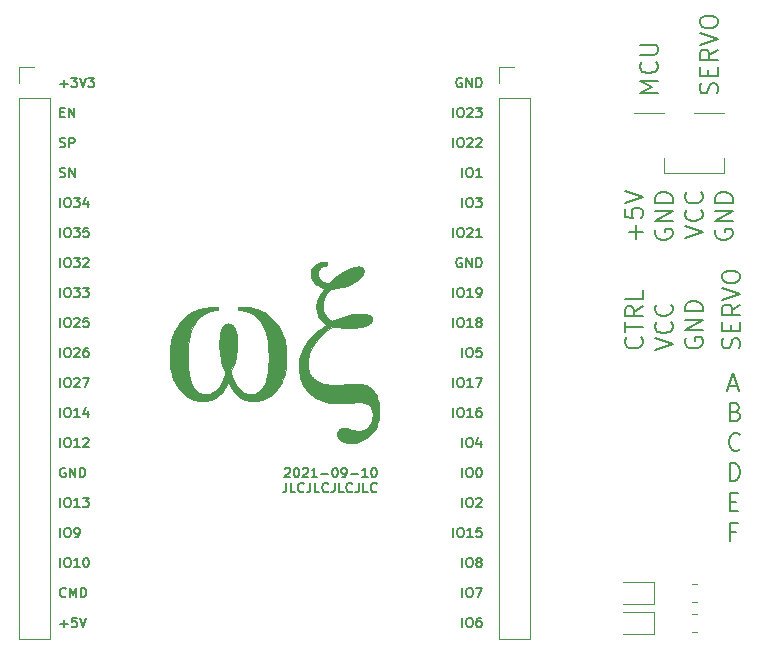
<source format=gbr>
%TF.GenerationSoftware,KiCad,Pcbnew,5.1.10-88a1d61d58~90~ubuntu20.04.1*%
%TF.CreationDate,2021-09-12T18:51:28+00:00*%
%TF.ProjectId,WifiServoBridge,57696669-5365-4727-966f-427269646765,rev?*%
%TF.SameCoordinates,Original*%
%TF.FileFunction,Legend,Top*%
%TF.FilePolarity,Positive*%
%FSLAX46Y46*%
G04 Gerber Fmt 4.6, Leading zero omitted, Abs format (unit mm)*
G04 Created by KiCad (PCBNEW 5.1.10-88a1d61d58~90~ubuntu20.04.1) date 2021-09-12 18:51:28*
%MOMM*%
%LPD*%
G01*
G04 APERTURE LIST*
%ADD10C,0.150000*%
%ADD11C,0.120000*%
%ADD12C,0.010000*%
G04 APERTURE END LIST*
D10*
X372978690Y96881904D02*
X373016785Y96920000D01*
X373092976Y96958095D01*
X373283452Y96958095D01*
X373359642Y96920000D01*
X373397738Y96881904D01*
X373435833Y96805714D01*
X373435833Y96729523D01*
X373397738Y96615238D01*
X372940595Y96158095D01*
X373435833Y96158095D01*
X373931071Y96958095D02*
X374007261Y96958095D01*
X374083452Y96920000D01*
X374121547Y96881904D01*
X374159642Y96805714D01*
X374197738Y96653333D01*
X374197738Y96462857D01*
X374159642Y96310476D01*
X374121547Y96234285D01*
X374083452Y96196190D01*
X374007261Y96158095D01*
X373931071Y96158095D01*
X373854880Y96196190D01*
X373816785Y96234285D01*
X373778690Y96310476D01*
X373740595Y96462857D01*
X373740595Y96653333D01*
X373778690Y96805714D01*
X373816785Y96881904D01*
X373854880Y96920000D01*
X373931071Y96958095D01*
X374502500Y96881904D02*
X374540595Y96920000D01*
X374616785Y96958095D01*
X374807261Y96958095D01*
X374883452Y96920000D01*
X374921547Y96881904D01*
X374959642Y96805714D01*
X374959642Y96729523D01*
X374921547Y96615238D01*
X374464404Y96158095D01*
X374959642Y96158095D01*
X375721547Y96158095D02*
X375264404Y96158095D01*
X375492976Y96158095D02*
X375492976Y96958095D01*
X375416785Y96843809D01*
X375340595Y96767619D01*
X375264404Y96729523D01*
X376064404Y96462857D02*
X376673928Y96462857D01*
X377207261Y96958095D02*
X377283452Y96958095D01*
X377359642Y96920000D01*
X377397738Y96881904D01*
X377435833Y96805714D01*
X377473928Y96653333D01*
X377473928Y96462857D01*
X377435833Y96310476D01*
X377397738Y96234285D01*
X377359642Y96196190D01*
X377283452Y96158095D01*
X377207261Y96158095D01*
X377131071Y96196190D01*
X377092976Y96234285D01*
X377054880Y96310476D01*
X377016785Y96462857D01*
X377016785Y96653333D01*
X377054880Y96805714D01*
X377092976Y96881904D01*
X377131071Y96920000D01*
X377207261Y96958095D01*
X377854880Y96158095D02*
X378007261Y96158095D01*
X378083452Y96196190D01*
X378121547Y96234285D01*
X378197738Y96348571D01*
X378235833Y96500952D01*
X378235833Y96805714D01*
X378197738Y96881904D01*
X378159642Y96920000D01*
X378083452Y96958095D01*
X377931071Y96958095D01*
X377854880Y96920000D01*
X377816785Y96881904D01*
X377778690Y96805714D01*
X377778690Y96615238D01*
X377816785Y96539047D01*
X377854880Y96500952D01*
X377931071Y96462857D01*
X378083452Y96462857D01*
X378159642Y96500952D01*
X378197738Y96539047D01*
X378235833Y96615238D01*
X378578690Y96462857D02*
X379188214Y96462857D01*
X379988214Y96158095D02*
X379531071Y96158095D01*
X379759642Y96158095D02*
X379759642Y96958095D01*
X379683452Y96843809D01*
X379607261Y96767619D01*
X379531071Y96729523D01*
X380483452Y96958095D02*
X380559642Y96958095D01*
X380635833Y96920000D01*
X380673928Y96881904D01*
X380712023Y96805714D01*
X380750119Y96653333D01*
X380750119Y96462857D01*
X380712023Y96310476D01*
X380673928Y96234285D01*
X380635833Y96196190D01*
X380559642Y96158095D01*
X380483452Y96158095D01*
X380407261Y96196190D01*
X380369166Y96234285D01*
X380331071Y96310476D01*
X380292976Y96462857D01*
X380292976Y96653333D01*
X380331071Y96805714D01*
X380369166Y96881904D01*
X380407261Y96920000D01*
X380483452Y96958095D01*
X373092976Y95688095D02*
X373092976Y95116666D01*
X373054880Y95002380D01*
X372978690Y94926190D01*
X372864404Y94888095D01*
X372788214Y94888095D01*
X373854880Y94888095D02*
X373473928Y94888095D01*
X373473928Y95688095D01*
X374578690Y94964285D02*
X374540595Y94926190D01*
X374426309Y94888095D01*
X374350119Y94888095D01*
X374235833Y94926190D01*
X374159642Y95002380D01*
X374121547Y95078571D01*
X374083452Y95230952D01*
X374083452Y95345238D01*
X374121547Y95497619D01*
X374159642Y95573809D01*
X374235833Y95650000D01*
X374350119Y95688095D01*
X374426309Y95688095D01*
X374540595Y95650000D01*
X374578690Y95611904D01*
X375150119Y95688095D02*
X375150119Y95116666D01*
X375112023Y95002380D01*
X375035833Y94926190D01*
X374921547Y94888095D01*
X374845357Y94888095D01*
X375912023Y94888095D02*
X375531071Y94888095D01*
X375531071Y95688095D01*
X376635833Y94964285D02*
X376597738Y94926190D01*
X376483452Y94888095D01*
X376407261Y94888095D01*
X376292976Y94926190D01*
X376216785Y95002380D01*
X376178690Y95078571D01*
X376140595Y95230952D01*
X376140595Y95345238D01*
X376178690Y95497619D01*
X376216785Y95573809D01*
X376292976Y95650000D01*
X376407261Y95688095D01*
X376483452Y95688095D01*
X376597738Y95650000D01*
X376635833Y95611904D01*
X377207261Y95688095D02*
X377207261Y95116666D01*
X377169166Y95002380D01*
X377092976Y94926190D01*
X376978690Y94888095D01*
X376902500Y94888095D01*
X377969166Y94888095D02*
X377588214Y94888095D01*
X377588214Y95688095D01*
X378692976Y94964285D02*
X378654880Y94926190D01*
X378540595Y94888095D01*
X378464404Y94888095D01*
X378350119Y94926190D01*
X378273928Y95002380D01*
X378235833Y95078571D01*
X378197738Y95230952D01*
X378197738Y95345238D01*
X378235833Y95497619D01*
X378273928Y95573809D01*
X378350119Y95650000D01*
X378464404Y95688095D01*
X378540595Y95688095D01*
X378654880Y95650000D01*
X378692976Y95611904D01*
X379264404Y95688095D02*
X379264404Y95116666D01*
X379226309Y95002380D01*
X379150119Y94926190D01*
X379035833Y94888095D01*
X378959642Y94888095D01*
X380026309Y94888095D02*
X379645357Y94888095D01*
X379645357Y95688095D01*
X380750119Y94964285D02*
X380712023Y94926190D01*
X380597738Y94888095D01*
X380521547Y94888095D01*
X380407261Y94926190D01*
X380331071Y95002380D01*
X380292976Y95078571D01*
X380254880Y95230952D01*
X380254880Y95345238D01*
X380292976Y95497619D01*
X380331071Y95573809D01*
X380407261Y95650000D01*
X380521547Y95688095D01*
X380597738Y95688095D01*
X380712023Y95650000D01*
X380750119Y95611904D01*
X388002023Y83458095D02*
X388002023Y84258095D01*
X388535357Y84258095D02*
X388687738Y84258095D01*
X388763928Y84220000D01*
X388840119Y84143809D01*
X388878214Y83991428D01*
X388878214Y83724761D01*
X388840119Y83572380D01*
X388763928Y83496190D01*
X388687738Y83458095D01*
X388535357Y83458095D01*
X388459166Y83496190D01*
X388382976Y83572380D01*
X388344880Y83724761D01*
X388344880Y83991428D01*
X388382976Y84143809D01*
X388459166Y84220000D01*
X388535357Y84258095D01*
X389563928Y84258095D02*
X389411547Y84258095D01*
X389335357Y84220000D01*
X389297261Y84181904D01*
X389221071Y84067619D01*
X389182976Y83915238D01*
X389182976Y83610476D01*
X389221071Y83534285D01*
X389259166Y83496190D01*
X389335357Y83458095D01*
X389487738Y83458095D01*
X389563928Y83496190D01*
X389602023Y83534285D01*
X389640119Y83610476D01*
X389640119Y83800952D01*
X389602023Y83877142D01*
X389563928Y83915238D01*
X389487738Y83953333D01*
X389335357Y83953333D01*
X389259166Y83915238D01*
X389221071Y83877142D01*
X389182976Y83800952D01*
X388002023Y85998095D02*
X388002023Y86798095D01*
X388535357Y86798095D02*
X388687738Y86798095D01*
X388763928Y86760000D01*
X388840119Y86683809D01*
X388878214Y86531428D01*
X388878214Y86264761D01*
X388840119Y86112380D01*
X388763928Y86036190D01*
X388687738Y85998095D01*
X388535357Y85998095D01*
X388459166Y86036190D01*
X388382976Y86112380D01*
X388344880Y86264761D01*
X388344880Y86531428D01*
X388382976Y86683809D01*
X388459166Y86760000D01*
X388535357Y86798095D01*
X389144880Y86798095D02*
X389678214Y86798095D01*
X389335357Y85998095D01*
X388002023Y88538095D02*
X388002023Y89338095D01*
X388535357Y89338095D02*
X388687738Y89338095D01*
X388763928Y89300000D01*
X388840119Y89223809D01*
X388878214Y89071428D01*
X388878214Y88804761D01*
X388840119Y88652380D01*
X388763928Y88576190D01*
X388687738Y88538095D01*
X388535357Y88538095D01*
X388459166Y88576190D01*
X388382976Y88652380D01*
X388344880Y88804761D01*
X388344880Y89071428D01*
X388382976Y89223809D01*
X388459166Y89300000D01*
X388535357Y89338095D01*
X389335357Y88995238D02*
X389259166Y89033333D01*
X389221071Y89071428D01*
X389182976Y89147619D01*
X389182976Y89185714D01*
X389221071Y89261904D01*
X389259166Y89300000D01*
X389335357Y89338095D01*
X389487738Y89338095D01*
X389563928Y89300000D01*
X389602023Y89261904D01*
X389640119Y89185714D01*
X389640119Y89147619D01*
X389602023Y89071428D01*
X389563928Y89033333D01*
X389487738Y88995238D01*
X389335357Y88995238D01*
X389259166Y88957142D01*
X389221071Y88919047D01*
X389182976Y88842857D01*
X389182976Y88690476D01*
X389221071Y88614285D01*
X389259166Y88576190D01*
X389335357Y88538095D01*
X389487738Y88538095D01*
X389563928Y88576190D01*
X389602023Y88614285D01*
X389640119Y88690476D01*
X389640119Y88842857D01*
X389602023Y88919047D01*
X389563928Y88957142D01*
X389487738Y88995238D01*
X387240119Y91078095D02*
X387240119Y91878095D01*
X387773452Y91878095D02*
X387925833Y91878095D01*
X388002023Y91840000D01*
X388078214Y91763809D01*
X388116309Y91611428D01*
X388116309Y91344761D01*
X388078214Y91192380D01*
X388002023Y91116190D01*
X387925833Y91078095D01*
X387773452Y91078095D01*
X387697261Y91116190D01*
X387621071Y91192380D01*
X387582976Y91344761D01*
X387582976Y91611428D01*
X387621071Y91763809D01*
X387697261Y91840000D01*
X387773452Y91878095D01*
X388878214Y91078095D02*
X388421071Y91078095D01*
X388649642Y91078095D02*
X388649642Y91878095D01*
X388573452Y91763809D01*
X388497261Y91687619D01*
X388421071Y91649523D01*
X389602023Y91878095D02*
X389221071Y91878095D01*
X389182976Y91497142D01*
X389221071Y91535238D01*
X389297261Y91573333D01*
X389487738Y91573333D01*
X389563928Y91535238D01*
X389602023Y91497142D01*
X389640119Y91420952D01*
X389640119Y91230476D01*
X389602023Y91154285D01*
X389563928Y91116190D01*
X389487738Y91078095D01*
X389297261Y91078095D01*
X389221071Y91116190D01*
X389182976Y91154285D01*
X388002023Y93618095D02*
X388002023Y94418095D01*
X388535357Y94418095D02*
X388687738Y94418095D01*
X388763928Y94380000D01*
X388840119Y94303809D01*
X388878214Y94151428D01*
X388878214Y93884761D01*
X388840119Y93732380D01*
X388763928Y93656190D01*
X388687738Y93618095D01*
X388535357Y93618095D01*
X388459166Y93656190D01*
X388382976Y93732380D01*
X388344880Y93884761D01*
X388344880Y94151428D01*
X388382976Y94303809D01*
X388459166Y94380000D01*
X388535357Y94418095D01*
X389182976Y94341904D02*
X389221071Y94380000D01*
X389297261Y94418095D01*
X389487738Y94418095D01*
X389563928Y94380000D01*
X389602023Y94341904D01*
X389640119Y94265714D01*
X389640119Y94189523D01*
X389602023Y94075238D01*
X389144880Y93618095D01*
X389640119Y93618095D01*
X388002023Y96158095D02*
X388002023Y96958095D01*
X388535357Y96958095D02*
X388687738Y96958095D01*
X388763928Y96920000D01*
X388840119Y96843809D01*
X388878214Y96691428D01*
X388878214Y96424761D01*
X388840119Y96272380D01*
X388763928Y96196190D01*
X388687738Y96158095D01*
X388535357Y96158095D01*
X388459166Y96196190D01*
X388382976Y96272380D01*
X388344880Y96424761D01*
X388344880Y96691428D01*
X388382976Y96843809D01*
X388459166Y96920000D01*
X388535357Y96958095D01*
X389373452Y96958095D02*
X389449642Y96958095D01*
X389525833Y96920000D01*
X389563928Y96881904D01*
X389602023Y96805714D01*
X389640119Y96653333D01*
X389640119Y96462857D01*
X389602023Y96310476D01*
X389563928Y96234285D01*
X389525833Y96196190D01*
X389449642Y96158095D01*
X389373452Y96158095D01*
X389297261Y96196190D01*
X389259166Y96234285D01*
X389221071Y96310476D01*
X389182976Y96462857D01*
X389182976Y96653333D01*
X389221071Y96805714D01*
X389259166Y96881904D01*
X389297261Y96920000D01*
X389373452Y96958095D01*
X388002023Y98698095D02*
X388002023Y99498095D01*
X388535357Y99498095D02*
X388687738Y99498095D01*
X388763928Y99460000D01*
X388840119Y99383809D01*
X388878214Y99231428D01*
X388878214Y98964761D01*
X388840119Y98812380D01*
X388763928Y98736190D01*
X388687738Y98698095D01*
X388535357Y98698095D01*
X388459166Y98736190D01*
X388382976Y98812380D01*
X388344880Y98964761D01*
X388344880Y99231428D01*
X388382976Y99383809D01*
X388459166Y99460000D01*
X388535357Y99498095D01*
X389563928Y99231428D02*
X389563928Y98698095D01*
X389373452Y99536190D02*
X389182976Y98964761D01*
X389678214Y98964761D01*
X387240119Y101238095D02*
X387240119Y102038095D01*
X387773452Y102038095D02*
X387925833Y102038095D01*
X388002023Y102000000D01*
X388078214Y101923809D01*
X388116309Y101771428D01*
X388116309Y101504761D01*
X388078214Y101352380D01*
X388002023Y101276190D01*
X387925833Y101238095D01*
X387773452Y101238095D01*
X387697261Y101276190D01*
X387621071Y101352380D01*
X387582976Y101504761D01*
X387582976Y101771428D01*
X387621071Y101923809D01*
X387697261Y102000000D01*
X387773452Y102038095D01*
X388878214Y101238095D02*
X388421071Y101238095D01*
X388649642Y101238095D02*
X388649642Y102038095D01*
X388573452Y101923809D01*
X388497261Y101847619D01*
X388421071Y101809523D01*
X389563928Y102038095D02*
X389411547Y102038095D01*
X389335357Y102000000D01*
X389297261Y101961904D01*
X389221071Y101847619D01*
X389182976Y101695238D01*
X389182976Y101390476D01*
X389221071Y101314285D01*
X389259166Y101276190D01*
X389335357Y101238095D01*
X389487738Y101238095D01*
X389563928Y101276190D01*
X389602023Y101314285D01*
X389640119Y101390476D01*
X389640119Y101580952D01*
X389602023Y101657142D01*
X389563928Y101695238D01*
X389487738Y101733333D01*
X389335357Y101733333D01*
X389259166Y101695238D01*
X389221071Y101657142D01*
X389182976Y101580952D01*
X387240119Y103778095D02*
X387240119Y104578095D01*
X387773452Y104578095D02*
X387925833Y104578095D01*
X388002023Y104540000D01*
X388078214Y104463809D01*
X388116309Y104311428D01*
X388116309Y104044761D01*
X388078214Y103892380D01*
X388002023Y103816190D01*
X387925833Y103778095D01*
X387773452Y103778095D01*
X387697261Y103816190D01*
X387621071Y103892380D01*
X387582976Y104044761D01*
X387582976Y104311428D01*
X387621071Y104463809D01*
X387697261Y104540000D01*
X387773452Y104578095D01*
X388878214Y103778095D02*
X388421071Y103778095D01*
X388649642Y103778095D02*
X388649642Y104578095D01*
X388573452Y104463809D01*
X388497261Y104387619D01*
X388421071Y104349523D01*
X389144880Y104578095D02*
X389678214Y104578095D01*
X389335357Y103778095D01*
X388002023Y106318095D02*
X388002023Y107118095D01*
X388535357Y107118095D02*
X388687738Y107118095D01*
X388763928Y107080000D01*
X388840119Y107003809D01*
X388878214Y106851428D01*
X388878214Y106584761D01*
X388840119Y106432380D01*
X388763928Y106356190D01*
X388687738Y106318095D01*
X388535357Y106318095D01*
X388459166Y106356190D01*
X388382976Y106432380D01*
X388344880Y106584761D01*
X388344880Y106851428D01*
X388382976Y107003809D01*
X388459166Y107080000D01*
X388535357Y107118095D01*
X389602023Y107118095D02*
X389221071Y107118095D01*
X389182976Y106737142D01*
X389221071Y106775238D01*
X389297261Y106813333D01*
X389487738Y106813333D01*
X389563928Y106775238D01*
X389602023Y106737142D01*
X389640119Y106660952D01*
X389640119Y106470476D01*
X389602023Y106394285D01*
X389563928Y106356190D01*
X389487738Y106318095D01*
X389297261Y106318095D01*
X389221071Y106356190D01*
X389182976Y106394285D01*
X387240119Y108858095D02*
X387240119Y109658095D01*
X387773452Y109658095D02*
X387925833Y109658095D01*
X388002023Y109620000D01*
X388078214Y109543809D01*
X388116309Y109391428D01*
X388116309Y109124761D01*
X388078214Y108972380D01*
X388002023Y108896190D01*
X387925833Y108858095D01*
X387773452Y108858095D01*
X387697261Y108896190D01*
X387621071Y108972380D01*
X387582976Y109124761D01*
X387582976Y109391428D01*
X387621071Y109543809D01*
X387697261Y109620000D01*
X387773452Y109658095D01*
X388878214Y108858095D02*
X388421071Y108858095D01*
X388649642Y108858095D02*
X388649642Y109658095D01*
X388573452Y109543809D01*
X388497261Y109467619D01*
X388421071Y109429523D01*
X389335357Y109315238D02*
X389259166Y109353333D01*
X389221071Y109391428D01*
X389182976Y109467619D01*
X389182976Y109505714D01*
X389221071Y109581904D01*
X389259166Y109620000D01*
X389335357Y109658095D01*
X389487738Y109658095D01*
X389563928Y109620000D01*
X389602023Y109581904D01*
X389640119Y109505714D01*
X389640119Y109467619D01*
X389602023Y109391428D01*
X389563928Y109353333D01*
X389487738Y109315238D01*
X389335357Y109315238D01*
X389259166Y109277142D01*
X389221071Y109239047D01*
X389182976Y109162857D01*
X389182976Y109010476D01*
X389221071Y108934285D01*
X389259166Y108896190D01*
X389335357Y108858095D01*
X389487738Y108858095D01*
X389563928Y108896190D01*
X389602023Y108934285D01*
X389640119Y109010476D01*
X389640119Y109162857D01*
X389602023Y109239047D01*
X389563928Y109277142D01*
X389487738Y109315238D01*
X387240119Y111398095D02*
X387240119Y112198095D01*
X387773452Y112198095D02*
X387925833Y112198095D01*
X388002023Y112160000D01*
X388078214Y112083809D01*
X388116309Y111931428D01*
X388116309Y111664761D01*
X388078214Y111512380D01*
X388002023Y111436190D01*
X387925833Y111398095D01*
X387773452Y111398095D01*
X387697261Y111436190D01*
X387621071Y111512380D01*
X387582976Y111664761D01*
X387582976Y111931428D01*
X387621071Y112083809D01*
X387697261Y112160000D01*
X387773452Y112198095D01*
X388878214Y111398095D02*
X388421071Y111398095D01*
X388649642Y111398095D02*
X388649642Y112198095D01*
X388573452Y112083809D01*
X388497261Y112007619D01*
X388421071Y111969523D01*
X389259166Y111398095D02*
X389411547Y111398095D01*
X389487738Y111436190D01*
X389525833Y111474285D01*
X389602023Y111588571D01*
X389640119Y111740952D01*
X389640119Y112045714D01*
X389602023Y112121904D01*
X389563928Y112160000D01*
X389487738Y112198095D01*
X389335357Y112198095D01*
X389259166Y112160000D01*
X389221071Y112121904D01*
X389182976Y112045714D01*
X389182976Y111855238D01*
X389221071Y111779047D01*
X389259166Y111740952D01*
X389335357Y111702857D01*
X389487738Y111702857D01*
X389563928Y111740952D01*
X389602023Y111779047D01*
X389640119Y111855238D01*
X387963928Y114700000D02*
X387887738Y114738095D01*
X387773452Y114738095D01*
X387659166Y114700000D01*
X387582976Y114623809D01*
X387544880Y114547619D01*
X387506785Y114395238D01*
X387506785Y114280952D01*
X387544880Y114128571D01*
X387582976Y114052380D01*
X387659166Y113976190D01*
X387773452Y113938095D01*
X387849642Y113938095D01*
X387963928Y113976190D01*
X388002023Y114014285D01*
X388002023Y114280952D01*
X387849642Y114280952D01*
X388344880Y113938095D02*
X388344880Y114738095D01*
X388802023Y113938095D01*
X388802023Y114738095D01*
X389182976Y113938095D02*
X389182976Y114738095D01*
X389373452Y114738095D01*
X389487738Y114700000D01*
X389563928Y114623809D01*
X389602023Y114547619D01*
X389640119Y114395238D01*
X389640119Y114280952D01*
X389602023Y114128571D01*
X389563928Y114052380D01*
X389487738Y113976190D01*
X389373452Y113938095D01*
X389182976Y113938095D01*
X387240119Y116478095D02*
X387240119Y117278095D01*
X387773452Y117278095D02*
X387925833Y117278095D01*
X388002023Y117240000D01*
X388078214Y117163809D01*
X388116309Y117011428D01*
X388116309Y116744761D01*
X388078214Y116592380D01*
X388002023Y116516190D01*
X387925833Y116478095D01*
X387773452Y116478095D01*
X387697261Y116516190D01*
X387621071Y116592380D01*
X387582976Y116744761D01*
X387582976Y117011428D01*
X387621071Y117163809D01*
X387697261Y117240000D01*
X387773452Y117278095D01*
X388421071Y117201904D02*
X388459166Y117240000D01*
X388535357Y117278095D01*
X388725833Y117278095D01*
X388802023Y117240000D01*
X388840119Y117201904D01*
X388878214Y117125714D01*
X388878214Y117049523D01*
X388840119Y116935238D01*
X388382976Y116478095D01*
X388878214Y116478095D01*
X389640119Y116478095D02*
X389182976Y116478095D01*
X389411547Y116478095D02*
X389411547Y117278095D01*
X389335357Y117163809D01*
X389259166Y117087619D01*
X389182976Y117049523D01*
X388002023Y119018095D02*
X388002023Y119818095D01*
X388535357Y119818095D02*
X388687738Y119818095D01*
X388763928Y119780000D01*
X388840119Y119703809D01*
X388878214Y119551428D01*
X388878214Y119284761D01*
X388840119Y119132380D01*
X388763928Y119056190D01*
X388687738Y119018095D01*
X388535357Y119018095D01*
X388459166Y119056190D01*
X388382976Y119132380D01*
X388344880Y119284761D01*
X388344880Y119551428D01*
X388382976Y119703809D01*
X388459166Y119780000D01*
X388535357Y119818095D01*
X389144880Y119818095D02*
X389640119Y119818095D01*
X389373452Y119513333D01*
X389487738Y119513333D01*
X389563928Y119475238D01*
X389602023Y119437142D01*
X389640119Y119360952D01*
X389640119Y119170476D01*
X389602023Y119094285D01*
X389563928Y119056190D01*
X389487738Y119018095D01*
X389259166Y119018095D01*
X389182976Y119056190D01*
X389144880Y119094285D01*
X388002023Y121558095D02*
X388002023Y122358095D01*
X388535357Y122358095D02*
X388687738Y122358095D01*
X388763928Y122320000D01*
X388840119Y122243809D01*
X388878214Y122091428D01*
X388878214Y121824761D01*
X388840119Y121672380D01*
X388763928Y121596190D01*
X388687738Y121558095D01*
X388535357Y121558095D01*
X388459166Y121596190D01*
X388382976Y121672380D01*
X388344880Y121824761D01*
X388344880Y122091428D01*
X388382976Y122243809D01*
X388459166Y122320000D01*
X388535357Y122358095D01*
X389640119Y121558095D02*
X389182976Y121558095D01*
X389411547Y121558095D02*
X389411547Y122358095D01*
X389335357Y122243809D01*
X389259166Y122167619D01*
X389182976Y122129523D01*
X387240119Y124098095D02*
X387240119Y124898095D01*
X387773452Y124898095D02*
X387925833Y124898095D01*
X388002023Y124860000D01*
X388078214Y124783809D01*
X388116309Y124631428D01*
X388116309Y124364761D01*
X388078214Y124212380D01*
X388002023Y124136190D01*
X387925833Y124098095D01*
X387773452Y124098095D01*
X387697261Y124136190D01*
X387621071Y124212380D01*
X387582976Y124364761D01*
X387582976Y124631428D01*
X387621071Y124783809D01*
X387697261Y124860000D01*
X387773452Y124898095D01*
X388421071Y124821904D02*
X388459166Y124860000D01*
X388535357Y124898095D01*
X388725833Y124898095D01*
X388802023Y124860000D01*
X388840119Y124821904D01*
X388878214Y124745714D01*
X388878214Y124669523D01*
X388840119Y124555238D01*
X388382976Y124098095D01*
X388878214Y124098095D01*
X389182976Y124821904D02*
X389221071Y124860000D01*
X389297261Y124898095D01*
X389487738Y124898095D01*
X389563928Y124860000D01*
X389602023Y124821904D01*
X389640119Y124745714D01*
X389640119Y124669523D01*
X389602023Y124555238D01*
X389144880Y124098095D01*
X389640119Y124098095D01*
X387240119Y126638095D02*
X387240119Y127438095D01*
X387773452Y127438095D02*
X387925833Y127438095D01*
X388002023Y127400000D01*
X388078214Y127323809D01*
X388116309Y127171428D01*
X388116309Y126904761D01*
X388078214Y126752380D01*
X388002023Y126676190D01*
X387925833Y126638095D01*
X387773452Y126638095D01*
X387697261Y126676190D01*
X387621071Y126752380D01*
X387582976Y126904761D01*
X387582976Y127171428D01*
X387621071Y127323809D01*
X387697261Y127400000D01*
X387773452Y127438095D01*
X388421071Y127361904D02*
X388459166Y127400000D01*
X388535357Y127438095D01*
X388725833Y127438095D01*
X388802023Y127400000D01*
X388840119Y127361904D01*
X388878214Y127285714D01*
X388878214Y127209523D01*
X388840119Y127095238D01*
X388382976Y126638095D01*
X388878214Y126638095D01*
X389144880Y127438095D02*
X389640119Y127438095D01*
X389373452Y127133333D01*
X389487738Y127133333D01*
X389563928Y127095238D01*
X389602023Y127057142D01*
X389640119Y126980952D01*
X389640119Y126790476D01*
X389602023Y126714285D01*
X389563928Y126676190D01*
X389487738Y126638095D01*
X389259166Y126638095D01*
X389182976Y126676190D01*
X389144880Y126714285D01*
X387963928Y129940000D02*
X387887738Y129978095D01*
X387773452Y129978095D01*
X387659166Y129940000D01*
X387582976Y129863809D01*
X387544880Y129787619D01*
X387506785Y129635238D01*
X387506785Y129520952D01*
X387544880Y129368571D01*
X387582976Y129292380D01*
X387659166Y129216190D01*
X387773452Y129178095D01*
X387849642Y129178095D01*
X387963928Y129216190D01*
X388002023Y129254285D01*
X388002023Y129520952D01*
X387849642Y129520952D01*
X388344880Y129178095D02*
X388344880Y129978095D01*
X388802023Y129178095D01*
X388802023Y129978095D01*
X389182976Y129178095D02*
X389182976Y129978095D01*
X389373452Y129978095D01*
X389487738Y129940000D01*
X389563928Y129863809D01*
X389602023Y129787619D01*
X389640119Y129635238D01*
X389640119Y129520952D01*
X389602023Y129368571D01*
X389563928Y129292380D01*
X389487738Y129216190D01*
X389373452Y129178095D01*
X389182976Y129178095D01*
X353982976Y83762857D02*
X354592500Y83762857D01*
X354287738Y83458095D02*
X354287738Y84067619D01*
X355354404Y84258095D02*
X354973452Y84258095D01*
X354935357Y83877142D01*
X354973452Y83915238D01*
X355049642Y83953333D01*
X355240119Y83953333D01*
X355316309Y83915238D01*
X355354404Y83877142D01*
X355392500Y83800952D01*
X355392500Y83610476D01*
X355354404Y83534285D01*
X355316309Y83496190D01*
X355240119Y83458095D01*
X355049642Y83458095D01*
X354973452Y83496190D01*
X354935357Y83534285D01*
X355621071Y84258095D02*
X355887738Y83458095D01*
X356154404Y84258095D01*
X354440119Y86074285D02*
X354402023Y86036190D01*
X354287738Y85998095D01*
X354211547Y85998095D01*
X354097261Y86036190D01*
X354021071Y86112380D01*
X353982976Y86188571D01*
X353944880Y86340952D01*
X353944880Y86455238D01*
X353982976Y86607619D01*
X354021071Y86683809D01*
X354097261Y86760000D01*
X354211547Y86798095D01*
X354287738Y86798095D01*
X354402023Y86760000D01*
X354440119Y86721904D01*
X354782976Y85998095D02*
X354782976Y86798095D01*
X355049642Y86226666D01*
X355316309Y86798095D01*
X355316309Y85998095D01*
X355697261Y85998095D02*
X355697261Y86798095D01*
X355887738Y86798095D01*
X356002023Y86760000D01*
X356078214Y86683809D01*
X356116309Y86607619D01*
X356154404Y86455238D01*
X356154404Y86340952D01*
X356116309Y86188571D01*
X356078214Y86112380D01*
X356002023Y86036190D01*
X355887738Y85998095D01*
X355697261Y85998095D01*
X353982976Y88538095D02*
X353982976Y89338095D01*
X354516309Y89338095D02*
X354668690Y89338095D01*
X354744880Y89300000D01*
X354821071Y89223809D01*
X354859166Y89071428D01*
X354859166Y88804761D01*
X354821071Y88652380D01*
X354744880Y88576190D01*
X354668690Y88538095D01*
X354516309Y88538095D01*
X354440119Y88576190D01*
X354363928Y88652380D01*
X354325833Y88804761D01*
X354325833Y89071428D01*
X354363928Y89223809D01*
X354440119Y89300000D01*
X354516309Y89338095D01*
X355621071Y88538095D02*
X355163928Y88538095D01*
X355392500Y88538095D02*
X355392500Y89338095D01*
X355316309Y89223809D01*
X355240119Y89147619D01*
X355163928Y89109523D01*
X356116309Y89338095D02*
X356192500Y89338095D01*
X356268690Y89300000D01*
X356306785Y89261904D01*
X356344880Y89185714D01*
X356382976Y89033333D01*
X356382976Y88842857D01*
X356344880Y88690476D01*
X356306785Y88614285D01*
X356268690Y88576190D01*
X356192500Y88538095D01*
X356116309Y88538095D01*
X356040119Y88576190D01*
X356002023Y88614285D01*
X355963928Y88690476D01*
X355925833Y88842857D01*
X355925833Y89033333D01*
X355963928Y89185714D01*
X356002023Y89261904D01*
X356040119Y89300000D01*
X356116309Y89338095D01*
X353982976Y91078095D02*
X353982976Y91878095D01*
X354516309Y91878095D02*
X354668690Y91878095D01*
X354744880Y91840000D01*
X354821071Y91763809D01*
X354859166Y91611428D01*
X354859166Y91344761D01*
X354821071Y91192380D01*
X354744880Y91116190D01*
X354668690Y91078095D01*
X354516309Y91078095D01*
X354440119Y91116190D01*
X354363928Y91192380D01*
X354325833Y91344761D01*
X354325833Y91611428D01*
X354363928Y91763809D01*
X354440119Y91840000D01*
X354516309Y91878095D01*
X355240119Y91078095D02*
X355392500Y91078095D01*
X355468690Y91116190D01*
X355506785Y91154285D01*
X355582976Y91268571D01*
X355621071Y91420952D01*
X355621071Y91725714D01*
X355582976Y91801904D01*
X355544880Y91840000D01*
X355468690Y91878095D01*
X355316309Y91878095D01*
X355240119Y91840000D01*
X355202023Y91801904D01*
X355163928Y91725714D01*
X355163928Y91535238D01*
X355202023Y91459047D01*
X355240119Y91420952D01*
X355316309Y91382857D01*
X355468690Y91382857D01*
X355544880Y91420952D01*
X355582976Y91459047D01*
X355621071Y91535238D01*
X353982976Y93618095D02*
X353982976Y94418095D01*
X354516309Y94418095D02*
X354668690Y94418095D01*
X354744880Y94380000D01*
X354821071Y94303809D01*
X354859166Y94151428D01*
X354859166Y93884761D01*
X354821071Y93732380D01*
X354744880Y93656190D01*
X354668690Y93618095D01*
X354516309Y93618095D01*
X354440119Y93656190D01*
X354363928Y93732380D01*
X354325833Y93884761D01*
X354325833Y94151428D01*
X354363928Y94303809D01*
X354440119Y94380000D01*
X354516309Y94418095D01*
X355621071Y93618095D02*
X355163928Y93618095D01*
X355392500Y93618095D02*
X355392500Y94418095D01*
X355316309Y94303809D01*
X355240119Y94227619D01*
X355163928Y94189523D01*
X355887738Y94418095D02*
X356382976Y94418095D01*
X356116309Y94113333D01*
X356230595Y94113333D01*
X356306785Y94075238D01*
X356344880Y94037142D01*
X356382976Y93960952D01*
X356382976Y93770476D01*
X356344880Y93694285D01*
X356306785Y93656190D01*
X356230595Y93618095D01*
X356002023Y93618095D01*
X355925833Y93656190D01*
X355887738Y93694285D01*
X354402023Y96920000D02*
X354325833Y96958095D01*
X354211547Y96958095D01*
X354097261Y96920000D01*
X354021071Y96843809D01*
X353982976Y96767619D01*
X353944880Y96615238D01*
X353944880Y96500952D01*
X353982976Y96348571D01*
X354021071Y96272380D01*
X354097261Y96196190D01*
X354211547Y96158095D01*
X354287738Y96158095D01*
X354402023Y96196190D01*
X354440119Y96234285D01*
X354440119Y96500952D01*
X354287738Y96500952D01*
X354782976Y96158095D02*
X354782976Y96958095D01*
X355240119Y96158095D01*
X355240119Y96958095D01*
X355621071Y96158095D02*
X355621071Y96958095D01*
X355811547Y96958095D01*
X355925833Y96920000D01*
X356002023Y96843809D01*
X356040119Y96767619D01*
X356078214Y96615238D01*
X356078214Y96500952D01*
X356040119Y96348571D01*
X356002023Y96272380D01*
X355925833Y96196190D01*
X355811547Y96158095D01*
X355621071Y96158095D01*
X353982976Y98698095D02*
X353982976Y99498095D01*
X354516309Y99498095D02*
X354668690Y99498095D01*
X354744880Y99460000D01*
X354821071Y99383809D01*
X354859166Y99231428D01*
X354859166Y98964761D01*
X354821071Y98812380D01*
X354744880Y98736190D01*
X354668690Y98698095D01*
X354516309Y98698095D01*
X354440119Y98736190D01*
X354363928Y98812380D01*
X354325833Y98964761D01*
X354325833Y99231428D01*
X354363928Y99383809D01*
X354440119Y99460000D01*
X354516309Y99498095D01*
X355621071Y98698095D02*
X355163928Y98698095D01*
X355392500Y98698095D02*
X355392500Y99498095D01*
X355316309Y99383809D01*
X355240119Y99307619D01*
X355163928Y99269523D01*
X355925833Y99421904D02*
X355963928Y99460000D01*
X356040119Y99498095D01*
X356230595Y99498095D01*
X356306785Y99460000D01*
X356344880Y99421904D01*
X356382976Y99345714D01*
X356382976Y99269523D01*
X356344880Y99155238D01*
X355887738Y98698095D01*
X356382976Y98698095D01*
X353982976Y101238095D02*
X353982976Y102038095D01*
X354516309Y102038095D02*
X354668690Y102038095D01*
X354744880Y102000000D01*
X354821071Y101923809D01*
X354859166Y101771428D01*
X354859166Y101504761D01*
X354821071Y101352380D01*
X354744880Y101276190D01*
X354668690Y101238095D01*
X354516309Y101238095D01*
X354440119Y101276190D01*
X354363928Y101352380D01*
X354325833Y101504761D01*
X354325833Y101771428D01*
X354363928Y101923809D01*
X354440119Y102000000D01*
X354516309Y102038095D01*
X355621071Y101238095D02*
X355163928Y101238095D01*
X355392500Y101238095D02*
X355392500Y102038095D01*
X355316309Y101923809D01*
X355240119Y101847619D01*
X355163928Y101809523D01*
X356306785Y101771428D02*
X356306785Y101238095D01*
X356116309Y102076190D02*
X355925833Y101504761D01*
X356421071Y101504761D01*
X353982976Y103778095D02*
X353982976Y104578095D01*
X354516309Y104578095D02*
X354668690Y104578095D01*
X354744880Y104540000D01*
X354821071Y104463809D01*
X354859166Y104311428D01*
X354859166Y104044761D01*
X354821071Y103892380D01*
X354744880Y103816190D01*
X354668690Y103778095D01*
X354516309Y103778095D01*
X354440119Y103816190D01*
X354363928Y103892380D01*
X354325833Y104044761D01*
X354325833Y104311428D01*
X354363928Y104463809D01*
X354440119Y104540000D01*
X354516309Y104578095D01*
X355163928Y104501904D02*
X355202023Y104540000D01*
X355278214Y104578095D01*
X355468690Y104578095D01*
X355544880Y104540000D01*
X355582976Y104501904D01*
X355621071Y104425714D01*
X355621071Y104349523D01*
X355582976Y104235238D01*
X355125833Y103778095D01*
X355621071Y103778095D01*
X355887738Y104578095D02*
X356421071Y104578095D01*
X356078214Y103778095D01*
X353982976Y106318095D02*
X353982976Y107118095D01*
X354516309Y107118095D02*
X354668690Y107118095D01*
X354744880Y107080000D01*
X354821071Y107003809D01*
X354859166Y106851428D01*
X354859166Y106584761D01*
X354821071Y106432380D01*
X354744880Y106356190D01*
X354668690Y106318095D01*
X354516309Y106318095D01*
X354440119Y106356190D01*
X354363928Y106432380D01*
X354325833Y106584761D01*
X354325833Y106851428D01*
X354363928Y107003809D01*
X354440119Y107080000D01*
X354516309Y107118095D01*
X355163928Y107041904D02*
X355202023Y107080000D01*
X355278214Y107118095D01*
X355468690Y107118095D01*
X355544880Y107080000D01*
X355582976Y107041904D01*
X355621071Y106965714D01*
X355621071Y106889523D01*
X355582976Y106775238D01*
X355125833Y106318095D01*
X355621071Y106318095D01*
X356306785Y107118095D02*
X356154404Y107118095D01*
X356078214Y107080000D01*
X356040119Y107041904D01*
X355963928Y106927619D01*
X355925833Y106775238D01*
X355925833Y106470476D01*
X355963928Y106394285D01*
X356002023Y106356190D01*
X356078214Y106318095D01*
X356230595Y106318095D01*
X356306785Y106356190D01*
X356344880Y106394285D01*
X356382976Y106470476D01*
X356382976Y106660952D01*
X356344880Y106737142D01*
X356306785Y106775238D01*
X356230595Y106813333D01*
X356078214Y106813333D01*
X356002023Y106775238D01*
X355963928Y106737142D01*
X355925833Y106660952D01*
X353982976Y108858095D02*
X353982976Y109658095D01*
X354516309Y109658095D02*
X354668690Y109658095D01*
X354744880Y109620000D01*
X354821071Y109543809D01*
X354859166Y109391428D01*
X354859166Y109124761D01*
X354821071Y108972380D01*
X354744880Y108896190D01*
X354668690Y108858095D01*
X354516309Y108858095D01*
X354440119Y108896190D01*
X354363928Y108972380D01*
X354325833Y109124761D01*
X354325833Y109391428D01*
X354363928Y109543809D01*
X354440119Y109620000D01*
X354516309Y109658095D01*
X355163928Y109581904D02*
X355202023Y109620000D01*
X355278214Y109658095D01*
X355468690Y109658095D01*
X355544880Y109620000D01*
X355582976Y109581904D01*
X355621071Y109505714D01*
X355621071Y109429523D01*
X355582976Y109315238D01*
X355125833Y108858095D01*
X355621071Y108858095D01*
X356344880Y109658095D02*
X355963928Y109658095D01*
X355925833Y109277142D01*
X355963928Y109315238D01*
X356040119Y109353333D01*
X356230595Y109353333D01*
X356306785Y109315238D01*
X356344880Y109277142D01*
X356382976Y109200952D01*
X356382976Y109010476D01*
X356344880Y108934285D01*
X356306785Y108896190D01*
X356230595Y108858095D01*
X356040119Y108858095D01*
X355963928Y108896190D01*
X355925833Y108934285D01*
X353982976Y111398095D02*
X353982976Y112198095D01*
X354516309Y112198095D02*
X354668690Y112198095D01*
X354744880Y112160000D01*
X354821071Y112083809D01*
X354859166Y111931428D01*
X354859166Y111664761D01*
X354821071Y111512380D01*
X354744880Y111436190D01*
X354668690Y111398095D01*
X354516309Y111398095D01*
X354440119Y111436190D01*
X354363928Y111512380D01*
X354325833Y111664761D01*
X354325833Y111931428D01*
X354363928Y112083809D01*
X354440119Y112160000D01*
X354516309Y112198095D01*
X355125833Y112198095D02*
X355621071Y112198095D01*
X355354404Y111893333D01*
X355468690Y111893333D01*
X355544880Y111855238D01*
X355582976Y111817142D01*
X355621071Y111740952D01*
X355621071Y111550476D01*
X355582976Y111474285D01*
X355544880Y111436190D01*
X355468690Y111398095D01*
X355240119Y111398095D01*
X355163928Y111436190D01*
X355125833Y111474285D01*
X355887738Y112198095D02*
X356382976Y112198095D01*
X356116309Y111893333D01*
X356230595Y111893333D01*
X356306785Y111855238D01*
X356344880Y111817142D01*
X356382976Y111740952D01*
X356382976Y111550476D01*
X356344880Y111474285D01*
X356306785Y111436190D01*
X356230595Y111398095D01*
X356002023Y111398095D01*
X355925833Y111436190D01*
X355887738Y111474285D01*
X353982976Y113938095D02*
X353982976Y114738095D01*
X354516309Y114738095D02*
X354668690Y114738095D01*
X354744880Y114700000D01*
X354821071Y114623809D01*
X354859166Y114471428D01*
X354859166Y114204761D01*
X354821071Y114052380D01*
X354744880Y113976190D01*
X354668690Y113938095D01*
X354516309Y113938095D01*
X354440119Y113976190D01*
X354363928Y114052380D01*
X354325833Y114204761D01*
X354325833Y114471428D01*
X354363928Y114623809D01*
X354440119Y114700000D01*
X354516309Y114738095D01*
X355125833Y114738095D02*
X355621071Y114738095D01*
X355354404Y114433333D01*
X355468690Y114433333D01*
X355544880Y114395238D01*
X355582976Y114357142D01*
X355621071Y114280952D01*
X355621071Y114090476D01*
X355582976Y114014285D01*
X355544880Y113976190D01*
X355468690Y113938095D01*
X355240119Y113938095D01*
X355163928Y113976190D01*
X355125833Y114014285D01*
X355925833Y114661904D02*
X355963928Y114700000D01*
X356040119Y114738095D01*
X356230595Y114738095D01*
X356306785Y114700000D01*
X356344880Y114661904D01*
X356382976Y114585714D01*
X356382976Y114509523D01*
X356344880Y114395238D01*
X355887738Y113938095D01*
X356382976Y113938095D01*
X353982976Y116478095D02*
X353982976Y117278095D01*
X354516309Y117278095D02*
X354668690Y117278095D01*
X354744880Y117240000D01*
X354821071Y117163809D01*
X354859166Y117011428D01*
X354859166Y116744761D01*
X354821071Y116592380D01*
X354744880Y116516190D01*
X354668690Y116478095D01*
X354516309Y116478095D01*
X354440119Y116516190D01*
X354363928Y116592380D01*
X354325833Y116744761D01*
X354325833Y117011428D01*
X354363928Y117163809D01*
X354440119Y117240000D01*
X354516309Y117278095D01*
X355125833Y117278095D02*
X355621071Y117278095D01*
X355354404Y116973333D01*
X355468690Y116973333D01*
X355544880Y116935238D01*
X355582976Y116897142D01*
X355621071Y116820952D01*
X355621071Y116630476D01*
X355582976Y116554285D01*
X355544880Y116516190D01*
X355468690Y116478095D01*
X355240119Y116478095D01*
X355163928Y116516190D01*
X355125833Y116554285D01*
X356344880Y117278095D02*
X355963928Y117278095D01*
X355925833Y116897142D01*
X355963928Y116935238D01*
X356040119Y116973333D01*
X356230595Y116973333D01*
X356306785Y116935238D01*
X356344880Y116897142D01*
X356382976Y116820952D01*
X356382976Y116630476D01*
X356344880Y116554285D01*
X356306785Y116516190D01*
X356230595Y116478095D01*
X356040119Y116478095D01*
X355963928Y116516190D01*
X355925833Y116554285D01*
X353982976Y119018095D02*
X353982976Y119818095D01*
X354516309Y119818095D02*
X354668690Y119818095D01*
X354744880Y119780000D01*
X354821071Y119703809D01*
X354859166Y119551428D01*
X354859166Y119284761D01*
X354821071Y119132380D01*
X354744880Y119056190D01*
X354668690Y119018095D01*
X354516309Y119018095D01*
X354440119Y119056190D01*
X354363928Y119132380D01*
X354325833Y119284761D01*
X354325833Y119551428D01*
X354363928Y119703809D01*
X354440119Y119780000D01*
X354516309Y119818095D01*
X355125833Y119818095D02*
X355621071Y119818095D01*
X355354404Y119513333D01*
X355468690Y119513333D01*
X355544880Y119475238D01*
X355582976Y119437142D01*
X355621071Y119360952D01*
X355621071Y119170476D01*
X355582976Y119094285D01*
X355544880Y119056190D01*
X355468690Y119018095D01*
X355240119Y119018095D01*
X355163928Y119056190D01*
X355125833Y119094285D01*
X356306785Y119551428D02*
X356306785Y119018095D01*
X356116309Y119856190D02*
X355925833Y119284761D01*
X356421071Y119284761D01*
X353944880Y121596190D02*
X354059166Y121558095D01*
X354249642Y121558095D01*
X354325833Y121596190D01*
X354363928Y121634285D01*
X354402023Y121710476D01*
X354402023Y121786666D01*
X354363928Y121862857D01*
X354325833Y121900952D01*
X354249642Y121939047D01*
X354097261Y121977142D01*
X354021071Y122015238D01*
X353982976Y122053333D01*
X353944880Y122129523D01*
X353944880Y122205714D01*
X353982976Y122281904D01*
X354021071Y122320000D01*
X354097261Y122358095D01*
X354287738Y122358095D01*
X354402023Y122320000D01*
X354744880Y121558095D02*
X354744880Y122358095D01*
X355202023Y121558095D01*
X355202023Y122358095D01*
X353944880Y124136190D02*
X354059166Y124098095D01*
X354249642Y124098095D01*
X354325833Y124136190D01*
X354363928Y124174285D01*
X354402023Y124250476D01*
X354402023Y124326666D01*
X354363928Y124402857D01*
X354325833Y124440952D01*
X354249642Y124479047D01*
X354097261Y124517142D01*
X354021071Y124555238D01*
X353982976Y124593333D01*
X353944880Y124669523D01*
X353944880Y124745714D01*
X353982976Y124821904D01*
X354021071Y124860000D01*
X354097261Y124898095D01*
X354287738Y124898095D01*
X354402023Y124860000D01*
X354744880Y124098095D02*
X354744880Y124898095D01*
X355049642Y124898095D01*
X355125833Y124860000D01*
X355163928Y124821904D01*
X355202023Y124745714D01*
X355202023Y124631428D01*
X355163928Y124555238D01*
X355125833Y124517142D01*
X355049642Y124479047D01*
X354744880Y124479047D01*
X353982976Y127057142D02*
X354249642Y127057142D01*
X354363928Y126638095D02*
X353982976Y126638095D01*
X353982976Y127438095D01*
X354363928Y127438095D01*
X354706785Y126638095D02*
X354706785Y127438095D01*
X355163928Y126638095D01*
X355163928Y127438095D01*
X353982976Y129482857D02*
X354592500Y129482857D01*
X354287738Y129178095D02*
X354287738Y129787619D01*
X354897261Y129978095D02*
X355392500Y129978095D01*
X355125833Y129673333D01*
X355240119Y129673333D01*
X355316309Y129635238D01*
X355354404Y129597142D01*
X355392500Y129520952D01*
X355392500Y129330476D01*
X355354404Y129254285D01*
X355316309Y129216190D01*
X355240119Y129178095D01*
X355011547Y129178095D01*
X354935357Y129216190D01*
X354897261Y129254285D01*
X355621071Y129978095D02*
X355887738Y129178095D01*
X356154404Y129978095D01*
X356344880Y129978095D02*
X356840119Y129978095D01*
X356573452Y129673333D01*
X356687738Y129673333D01*
X356763928Y129635238D01*
X356802023Y129597142D01*
X356840119Y129520952D01*
X356840119Y129330476D01*
X356802023Y129254285D01*
X356763928Y129216190D01*
X356687738Y129178095D01*
X356459166Y129178095D01*
X356382976Y129216190D01*
X356344880Y129254285D01*
X409547142Y128653214D02*
X409618571Y128867500D01*
X409618571Y129224642D01*
X409547142Y129367500D01*
X409475714Y129438928D01*
X409332857Y129510357D01*
X409190000Y129510357D01*
X409047142Y129438928D01*
X408975714Y129367500D01*
X408904285Y129224642D01*
X408832857Y128938928D01*
X408761428Y128796071D01*
X408690000Y128724642D01*
X408547142Y128653214D01*
X408404285Y128653214D01*
X408261428Y128724642D01*
X408190000Y128796071D01*
X408118571Y128938928D01*
X408118571Y129296071D01*
X408190000Y129510357D01*
X408832857Y130153214D02*
X408832857Y130653214D01*
X409618571Y130867500D02*
X409618571Y130153214D01*
X408118571Y130153214D01*
X408118571Y130867500D01*
X409618571Y132367500D02*
X408904285Y131867500D01*
X409618571Y131510357D02*
X408118571Y131510357D01*
X408118571Y132081785D01*
X408190000Y132224642D01*
X408261428Y132296071D01*
X408404285Y132367500D01*
X408618571Y132367500D01*
X408761428Y132296071D01*
X408832857Y132224642D01*
X408904285Y132081785D01*
X408904285Y131510357D01*
X408118571Y132796071D02*
X409618571Y133296071D01*
X408118571Y133796071D01*
X408118571Y134581785D02*
X408118571Y134867500D01*
X408190000Y135010357D01*
X408332857Y135153214D01*
X408618571Y135224642D01*
X409118571Y135224642D01*
X409404285Y135153214D01*
X409547142Y135010357D01*
X409618571Y134867500D01*
X409618571Y134581785D01*
X409547142Y134438928D01*
X409404285Y134296071D01*
X409118571Y134224642D01*
X408618571Y134224642D01*
X408332857Y134296071D01*
X408190000Y134438928D01*
X408118571Y134581785D01*
X404538571Y128724642D02*
X403038571Y128724642D01*
X404110000Y129224642D01*
X403038571Y129724642D01*
X404538571Y129724642D01*
X404395714Y131296071D02*
X404467142Y131224642D01*
X404538571Y131010357D01*
X404538571Y130867500D01*
X404467142Y130653214D01*
X404324285Y130510357D01*
X404181428Y130438928D01*
X403895714Y130367500D01*
X403681428Y130367500D01*
X403395714Y130438928D01*
X403252857Y130510357D01*
X403110000Y130653214D01*
X403038571Y130867500D01*
X403038571Y131010357D01*
X403110000Y131224642D01*
X403181428Y131296071D01*
X403038571Y131938928D02*
X404252857Y131938928D01*
X404395714Y132010357D01*
X404467142Y132081785D01*
X404538571Y132224642D01*
X404538571Y132510357D01*
X404467142Y132653214D01*
X404395714Y132724642D01*
X404252857Y132796071D01*
X403038571Y132796071D01*
D11*
X407670000Y127000000D02*
X410210000Y127000000D01*
X402590000Y127000000D02*
X405130000Y127000000D01*
X410210000Y121920000D02*
X410210000Y123190000D01*
X405130000Y121920000D02*
X410210000Y121920000D01*
X405130000Y123190000D02*
X405130000Y121920000D01*
D10*
X402697142Y116338214D02*
X402697142Y117481071D01*
X403268571Y116909642D02*
X402125714Y116909642D01*
X401768571Y118909642D02*
X401768571Y118195357D01*
X402482857Y118123928D01*
X402411428Y118195357D01*
X402340000Y118338214D01*
X402340000Y118695357D01*
X402411428Y118838214D01*
X402482857Y118909642D01*
X402625714Y118981071D01*
X402982857Y118981071D01*
X403125714Y118909642D01*
X403197142Y118838214D01*
X403268571Y118695357D01*
X403268571Y118338214D01*
X403197142Y118195357D01*
X403125714Y118123928D01*
X401768571Y119409642D02*
X403268571Y119909642D01*
X401768571Y120409642D01*
X404380000Y117123928D02*
X404308571Y116981071D01*
X404308571Y116766785D01*
X404380000Y116552500D01*
X404522857Y116409642D01*
X404665714Y116338214D01*
X404951428Y116266785D01*
X405165714Y116266785D01*
X405451428Y116338214D01*
X405594285Y116409642D01*
X405737142Y116552500D01*
X405808571Y116766785D01*
X405808571Y116909642D01*
X405737142Y117123928D01*
X405665714Y117195357D01*
X405165714Y117195357D01*
X405165714Y116909642D01*
X405808571Y117838214D02*
X404308571Y117838214D01*
X405808571Y118695357D01*
X404308571Y118695357D01*
X405808571Y119409642D02*
X404308571Y119409642D01*
X404308571Y119766785D01*
X404380000Y119981071D01*
X404522857Y120123928D01*
X404665714Y120195357D01*
X404951428Y120266785D01*
X405165714Y120266785D01*
X405451428Y120195357D01*
X405594285Y120123928D01*
X405737142Y119981071D01*
X405808571Y119766785D01*
X405808571Y119409642D01*
X406848571Y116409642D02*
X408348571Y116909642D01*
X406848571Y117409642D01*
X408205714Y118766785D02*
X408277142Y118695357D01*
X408348571Y118481071D01*
X408348571Y118338214D01*
X408277142Y118123928D01*
X408134285Y117981071D01*
X407991428Y117909642D01*
X407705714Y117838214D01*
X407491428Y117838214D01*
X407205714Y117909642D01*
X407062857Y117981071D01*
X406920000Y118123928D01*
X406848571Y118338214D01*
X406848571Y118481071D01*
X406920000Y118695357D01*
X406991428Y118766785D01*
X408205714Y120266785D02*
X408277142Y120195357D01*
X408348571Y119981071D01*
X408348571Y119838214D01*
X408277142Y119623928D01*
X408134285Y119481071D01*
X407991428Y119409642D01*
X407705714Y119338214D01*
X407491428Y119338214D01*
X407205714Y119409642D01*
X407062857Y119481071D01*
X406920000Y119623928D01*
X406848571Y119838214D01*
X406848571Y119981071D01*
X406920000Y120195357D01*
X406991428Y120266785D01*
X409460000Y117123928D02*
X409388571Y116981071D01*
X409388571Y116766785D01*
X409460000Y116552500D01*
X409602857Y116409642D01*
X409745714Y116338214D01*
X410031428Y116266785D01*
X410245714Y116266785D01*
X410531428Y116338214D01*
X410674285Y116409642D01*
X410817142Y116552500D01*
X410888571Y116766785D01*
X410888571Y116909642D01*
X410817142Y117123928D01*
X410745714Y117195357D01*
X410245714Y117195357D01*
X410245714Y116909642D01*
X410888571Y117838214D02*
X409388571Y117838214D01*
X410888571Y118695357D01*
X409388571Y118695357D01*
X410888571Y119409642D02*
X409388571Y119409642D01*
X409388571Y119766785D01*
X409460000Y119981071D01*
X409602857Y120123928D01*
X409745714Y120195357D01*
X410031428Y120266785D01*
X410245714Y120266785D01*
X410531428Y120195357D01*
X410674285Y120123928D01*
X410817142Y119981071D01*
X410888571Y119766785D01*
X410888571Y119409642D01*
X411452142Y107063214D02*
X411523571Y107277500D01*
X411523571Y107634642D01*
X411452142Y107777500D01*
X411380714Y107848928D01*
X411237857Y107920357D01*
X411095000Y107920357D01*
X410952142Y107848928D01*
X410880714Y107777500D01*
X410809285Y107634642D01*
X410737857Y107348928D01*
X410666428Y107206071D01*
X410595000Y107134642D01*
X410452142Y107063214D01*
X410309285Y107063214D01*
X410166428Y107134642D01*
X410095000Y107206071D01*
X410023571Y107348928D01*
X410023571Y107706071D01*
X410095000Y107920357D01*
X410737857Y108563214D02*
X410737857Y109063214D01*
X411523571Y109277500D02*
X411523571Y108563214D01*
X410023571Y108563214D01*
X410023571Y109277500D01*
X411523571Y110777500D02*
X410809285Y110277500D01*
X411523571Y109920357D02*
X410023571Y109920357D01*
X410023571Y110491785D01*
X410095000Y110634642D01*
X410166428Y110706071D01*
X410309285Y110777500D01*
X410523571Y110777500D01*
X410666428Y110706071D01*
X410737857Y110634642D01*
X410809285Y110491785D01*
X410809285Y109920357D01*
X410023571Y111206071D02*
X411523571Y111706071D01*
X410023571Y112206071D01*
X410023571Y112991785D02*
X410023571Y113277500D01*
X410095000Y113420357D01*
X410237857Y113563214D01*
X410523571Y113634642D01*
X411023571Y113634642D01*
X411309285Y113563214D01*
X411452142Y113420357D01*
X411523571Y113277500D01*
X411523571Y112991785D01*
X411452142Y112848928D01*
X411309285Y112706071D01*
X411023571Y112634642D01*
X410523571Y112634642D01*
X410237857Y112706071D01*
X410095000Y112848928D01*
X410023571Y112991785D01*
X406920000Y107920357D02*
X406848571Y107777500D01*
X406848571Y107563214D01*
X406920000Y107348928D01*
X407062857Y107206071D01*
X407205714Y107134642D01*
X407491428Y107063214D01*
X407705714Y107063214D01*
X407991428Y107134642D01*
X408134285Y107206071D01*
X408277142Y107348928D01*
X408348571Y107563214D01*
X408348571Y107706071D01*
X408277142Y107920357D01*
X408205714Y107991785D01*
X407705714Y107991785D01*
X407705714Y107706071D01*
X408348571Y108634642D02*
X406848571Y108634642D01*
X408348571Y109491785D01*
X406848571Y109491785D01*
X408348571Y110206071D02*
X406848571Y110206071D01*
X406848571Y110563214D01*
X406920000Y110777500D01*
X407062857Y110920357D01*
X407205714Y110991785D01*
X407491428Y111063214D01*
X407705714Y111063214D01*
X407991428Y110991785D01*
X408134285Y110920357D01*
X408277142Y110777500D01*
X408348571Y110563214D01*
X408348571Y110206071D01*
X404308571Y106920357D02*
X405808571Y107420357D01*
X404308571Y107920357D01*
X405665714Y109277500D02*
X405737142Y109206071D01*
X405808571Y108991785D01*
X405808571Y108848928D01*
X405737142Y108634642D01*
X405594285Y108491785D01*
X405451428Y108420357D01*
X405165714Y108348928D01*
X404951428Y108348928D01*
X404665714Y108420357D01*
X404522857Y108491785D01*
X404380000Y108634642D01*
X404308571Y108848928D01*
X404308571Y108991785D01*
X404380000Y109206071D01*
X404451428Y109277500D01*
X405665714Y110777500D02*
X405737142Y110706071D01*
X405808571Y110491785D01*
X405808571Y110348928D01*
X405737142Y110134642D01*
X405594285Y109991785D01*
X405451428Y109920357D01*
X405165714Y109848928D01*
X404951428Y109848928D01*
X404665714Y109920357D01*
X404522857Y109991785D01*
X404380000Y110134642D01*
X404308571Y110348928D01*
X404308571Y110491785D01*
X404380000Y110706071D01*
X404451428Y110777500D01*
X403125714Y107991785D02*
X403197142Y107920357D01*
X403268571Y107706071D01*
X403268571Y107563214D01*
X403197142Y107348928D01*
X403054285Y107206071D01*
X402911428Y107134642D01*
X402625714Y107063214D01*
X402411428Y107063214D01*
X402125714Y107134642D01*
X401982857Y107206071D01*
X401840000Y107348928D01*
X401768571Y107563214D01*
X401768571Y107706071D01*
X401840000Y107920357D01*
X401911428Y107991785D01*
X401768571Y108420357D02*
X401768571Y109277500D01*
X403268571Y108848928D02*
X401768571Y108848928D01*
X403268571Y110634642D02*
X402554285Y110134642D01*
X403268571Y109777500D02*
X401768571Y109777500D01*
X401768571Y110348928D01*
X401840000Y110491785D01*
X401911428Y110563214D01*
X402054285Y110634642D01*
X402268571Y110634642D01*
X402411428Y110563214D01*
X402482857Y110491785D01*
X402554285Y110348928D01*
X402554285Y109777500D01*
X403268571Y111991785D02*
X403268571Y111277500D01*
X401768571Y111277500D01*
X411164642Y91547142D02*
X410664642Y91547142D01*
X410664642Y90761428D02*
X410664642Y92261428D01*
X411378928Y92261428D01*
X410664642Y94087142D02*
X411164642Y94087142D01*
X411378928Y93301428D02*
X410664642Y93301428D01*
X410664642Y94801428D01*
X411378928Y94801428D01*
X410664642Y95841428D02*
X410664642Y97341428D01*
X411021785Y97341428D01*
X411236071Y97270000D01*
X411378928Y97127142D01*
X411450357Y96984285D01*
X411521785Y96698571D01*
X411521785Y96484285D01*
X411450357Y96198571D01*
X411378928Y96055714D01*
X411236071Y95912857D01*
X411021785Y95841428D01*
X410664642Y95841428D01*
X411521785Y98524285D02*
X411450357Y98452857D01*
X411236071Y98381428D01*
X411093214Y98381428D01*
X410878928Y98452857D01*
X410736071Y98595714D01*
X410664642Y98738571D01*
X410593214Y99024285D01*
X410593214Y99238571D01*
X410664642Y99524285D01*
X410736071Y99667142D01*
X410878928Y99810000D01*
X411093214Y99881428D01*
X411236071Y99881428D01*
X411450357Y99810000D01*
X411521785Y99738571D01*
X411164642Y101707142D02*
X411378928Y101635714D01*
X411450357Y101564285D01*
X411521785Y101421428D01*
X411521785Y101207142D01*
X411450357Y101064285D01*
X411378928Y100992857D01*
X411236071Y100921428D01*
X410664642Y100921428D01*
X410664642Y102421428D01*
X411164642Y102421428D01*
X411307500Y102350000D01*
X411378928Y102278571D01*
X411450357Y102135714D01*
X411450357Y101992857D01*
X411378928Y101850000D01*
X411307500Y101778571D01*
X411164642Y101707142D01*
X410664642Y101707142D01*
X410593214Y103890000D02*
X411307500Y103890000D01*
X410450357Y103461428D02*
X410950357Y104961428D01*
X411450357Y103461428D01*
D12*
%TO.C,G\u002A\u002A\u002A*%
G36*
X369189000Y110609119D02*
G01*
X369409810Y110602966D01*
X369630451Y110587617D01*
X369848635Y110563457D01*
X370062077Y110530872D01*
X370268490Y110490248D01*
X370465587Y110441972D01*
X370651081Y110386429D01*
X370780733Y110340418D01*
X370989322Y110251811D01*
X371192224Y110147531D01*
X371388852Y110028055D01*
X371578614Y109893858D01*
X371760922Y109745417D01*
X371935184Y109583206D01*
X372100812Y109407703D01*
X372257216Y109219382D01*
X372384942Y109046037D01*
X372499391Y108872811D01*
X372602773Y108697158D01*
X372695531Y108517732D01*
X372778106Y108333185D01*
X372850938Y108142172D01*
X372914469Y107943346D01*
X372969141Y107735360D01*
X373015395Y107516869D01*
X373053672Y107286526D01*
X373084414Y107042985D01*
X373102206Y106857800D01*
X373105157Y106812299D01*
X373107662Y106752501D01*
X373109720Y106680803D01*
X373111329Y106599600D01*
X373112489Y106511290D01*
X373113200Y106418269D01*
X373113460Y106322933D01*
X373113270Y106227678D01*
X373112627Y106134902D01*
X373111532Y106047000D01*
X373109985Y105966369D01*
X373107983Y105895405D01*
X373105526Y105836505D01*
X373102615Y105792065D01*
X373102522Y105791000D01*
X373077345Y105547723D01*
X373045651Y105318824D01*
X373007105Y105102918D01*
X372961371Y104898619D01*
X372908115Y104704540D01*
X372847001Y104519295D01*
X372777694Y104341500D01*
X372721396Y104214894D01*
X372654445Y104082517D01*
X372576501Y103946524D01*
X372490918Y103812295D01*
X372401050Y103685211D01*
X372350205Y103619300D01*
X372311166Y103572864D01*
X372262006Y103518235D01*
X372205467Y103458154D01*
X372144293Y103395365D01*
X372081226Y103332610D01*
X372019010Y103272632D01*
X371960389Y103218174D01*
X371908105Y103171978D01*
X371877167Y103146361D01*
X371712631Y103023845D01*
X371546725Y102917710D01*
X371378366Y102827408D01*
X371206469Y102752388D01*
X371029951Y102692102D01*
X370924667Y102663582D01*
X370732898Y102624956D01*
X370537121Y102602094D01*
X370339399Y102594989D01*
X370141795Y102603637D01*
X369946370Y102628030D01*
X369758915Y102667215D01*
X369583341Y102719992D01*
X369415795Y102787489D01*
X369256189Y102869773D01*
X369104439Y102966912D01*
X368960458Y103078972D01*
X368824160Y103206021D01*
X368695460Y103348126D01*
X368574272Y103505354D01*
X368460510Y103677773D01*
X368452306Y103691266D01*
X368409219Y103765850D01*
X368363326Y103851102D01*
X368317322Y103941680D01*
X368273904Y104032236D01*
X368235766Y104117427D01*
X368227112Y104137883D01*
X368212982Y104170741D01*
X368201002Y104196731D01*
X368192743Y104212549D01*
X368190069Y104215810D01*
X368185244Y104208435D01*
X368174170Y104188003D01*
X368157973Y104156704D01*
X368137779Y104116724D01*
X368114712Y104070253D01*
X368104080Y104048593D01*
X368017703Y103881169D01*
X367929079Y103728109D01*
X367836434Y103586851D01*
X367737993Y103454832D01*
X367631983Y103329489D01*
X367535346Y103227040D01*
X367394903Y103095743D01*
X367248553Y102980234D01*
X367095795Y102880251D01*
X366936130Y102795534D01*
X366769057Y102725824D01*
X366594075Y102670859D01*
X366410683Y102630379D01*
X366376896Y102624636D01*
X366339658Y102619397D01*
X366292133Y102613919D01*
X366237805Y102608481D01*
X366180157Y102603361D01*
X366122672Y102598837D01*
X366068834Y102595187D01*
X366022126Y102592688D01*
X365986030Y102591620D01*
X365967434Y102591961D01*
X365952615Y102592923D01*
X365924902Y102594706D01*
X365888298Y102597052D01*
X365848039Y102599626D01*
X365662171Y102619967D01*
X365478269Y102657107D01*
X365296404Y102711018D01*
X365116650Y102781672D01*
X364939078Y102869041D01*
X364763762Y102973097D01*
X364612069Y103077959D01*
X364566267Y103112731D01*
X364514844Y103153319D01*
X364464736Y103194178D01*
X364430036Y103223524D01*
X364379712Y103268737D01*
X364322484Y103322939D01*
X364261185Y103383214D01*
X364198655Y103446644D01*
X364137728Y103510314D01*
X364081241Y103571306D01*
X364032030Y103626706D01*
X363995723Y103670100D01*
X363906935Y103787782D01*
X363819950Y103916311D01*
X363738207Y104050165D01*
X363665145Y104183821D01*
X363625708Y104264182D01*
X363536567Y104472257D01*
X363459194Y104689959D01*
X363393505Y104917716D01*
X363339419Y105155955D01*
X363296854Y105405102D01*
X363265729Y105665585D01*
X363245962Y105937831D01*
X363237470Y106222268D01*
X363237100Y106294766D01*
X363242716Y106598897D01*
X363259811Y106890695D01*
X363288417Y107170307D01*
X363328567Y107437882D01*
X363380294Y107693565D01*
X363443630Y107937504D01*
X363518608Y108169846D01*
X363605261Y108390738D01*
X363703621Y108600326D01*
X363782602Y108745867D01*
X363916353Y108963365D01*
X364059810Y109168297D01*
X364212577Y109360332D01*
X364374253Y109539137D01*
X364544442Y109704379D01*
X364722743Y109855726D01*
X364908761Y109992847D01*
X365102094Y110115408D01*
X365302347Y110223078D01*
X365509119Y110315523D01*
X365722013Y110392413D01*
X365776934Y110409401D01*
X366024577Y110475475D01*
X366281660Y110528617D01*
X366546400Y110568569D01*
X366817009Y110595077D01*
X367091702Y110607885D01*
X367169700Y110608985D01*
X367322100Y110610045D01*
X367324408Y110456889D01*
X367326715Y110303733D01*
X367256674Y110303726D01*
X367141503Y110299561D01*
X367016720Y110287541D01*
X366887340Y110268346D01*
X366758377Y110242657D01*
X366695567Y110227576D01*
X366516810Y110173469D01*
X366345491Y110104230D01*
X366181787Y110020030D01*
X366025876Y109921034D01*
X365877936Y109807412D01*
X365738143Y109679330D01*
X365606677Y109536957D01*
X365483714Y109380461D01*
X365369432Y109210009D01*
X365264009Y109025769D01*
X365167623Y108827909D01*
X365135574Y108754333D01*
X365061201Y108563945D01*
X364994917Y108363480D01*
X364936544Y108152108D01*
X364885902Y107928998D01*
X364842810Y107693318D01*
X364807090Y107444239D01*
X364778561Y107180928D01*
X364767626Y107052533D01*
X364765071Y107009594D01*
X364762852Y106951763D01*
X364760968Y106881079D01*
X364759419Y106799581D01*
X364758206Y106709308D01*
X364757327Y106612298D01*
X364756782Y106510590D01*
X364756572Y106406223D01*
X364756696Y106301235D01*
X364757153Y106197665D01*
X364757945Y106097552D01*
X364759069Y106002934D01*
X364760527Y105915850D01*
X364762317Y105838338D01*
X364764441Y105772438D01*
X364766896Y105720187D01*
X364767777Y105706333D01*
X364785425Y105479195D01*
X364805941Y105267935D01*
X364829527Y105071711D01*
X364856384Y104889680D01*
X364886716Y104720998D01*
X364920724Y104564822D01*
X364958611Y104420308D01*
X365000579Y104286614D01*
X365046831Y104162896D01*
X365097569Y104048310D01*
X365152995Y103942014D01*
X365213312Y103843164D01*
X365215777Y103839433D01*
X365314617Y103701056D01*
X365416913Y103579185D01*
X365522789Y103473725D01*
X365632366Y103384581D01*
X365745766Y103311658D01*
X365863111Y103254859D01*
X365984523Y103214091D01*
X366030934Y103202958D01*
X366088390Y103194035D01*
X366157468Y103188699D01*
X366233252Y103186904D01*
X366310826Y103188603D01*
X366385271Y103193748D01*
X366451673Y103202294D01*
X366477542Y103207219D01*
X366620021Y103246100D01*
X366761905Y103300747D01*
X366901259Y103370045D01*
X367036153Y103452879D01*
X367164651Y103548136D01*
X367284822Y103654700D01*
X367327071Y103697065D01*
X367365160Y103738089D01*
X367400584Y103779797D01*
X367434099Y103823616D01*
X367466461Y103870969D01*
X367498427Y103923282D01*
X367530754Y103981979D01*
X367564198Y104048485D01*
X367599515Y104124224D01*
X367637463Y104210622D01*
X367678798Y104309103D01*
X367724275Y104421092D01*
X367762333Y104516766D01*
X367807738Y104632358D01*
X367846622Y104732760D01*
X367879122Y104818354D01*
X367905375Y104889521D01*
X367925516Y104946641D01*
X367939684Y104990095D01*
X367948015Y105020265D01*
X367950646Y105037529D01*
X367950383Y105040091D01*
X367945373Y105054532D01*
X367934715Y105080802D01*
X367919894Y105115368D01*
X367902395Y105154701D01*
X367899411Y105161277D01*
X367789391Y105423251D01*
X367693973Y105693167D01*
X367613343Y105970086D01*
X367547686Y106253068D01*
X367497189Y106541171D01*
X367462037Y106833457D01*
X367442415Y107128985D01*
X367438509Y107426815D01*
X367439698Y107489395D01*
X367447479Y107699868D01*
X367460150Y107894568D01*
X367477815Y108073965D01*
X367500582Y108238529D01*
X367528556Y108388731D01*
X367561842Y108525040D01*
X367600547Y108647927D01*
X367644775Y108757862D01*
X367694634Y108855315D01*
X367750228Y108940757D01*
X367772763Y108970028D01*
X367839558Y109040437D01*
X367914470Y109096852D01*
X367996116Y109138652D01*
X368083113Y109165216D01*
X368174078Y109175925D01*
X368228785Y109174575D01*
X368323363Y109159880D01*
X368410999Y109130797D01*
X368491750Y109087215D01*
X368565672Y109029022D01*
X368632822Y108956108D01*
X368693259Y108868360D01*
X368747039Y108765668D01*
X368794220Y108647921D01*
X368834858Y108515006D01*
X368869011Y108366814D01*
X368896737Y108203232D01*
X368918092Y108024149D01*
X368933133Y107829455D01*
X368934690Y107801833D01*
X368942671Y107505030D01*
X368934518Y107207758D01*
X368910168Y106909668D01*
X368869557Y106610411D01*
X368812621Y106309637D01*
X368739295Y106006999D01*
X368649516Y105702146D01*
X368543219Y105394729D01*
X368449033Y105153508D01*
X368432249Y105111735D01*
X368418075Y105074917D01*
X368407662Y105046169D01*
X368402166Y105028607D01*
X368401600Y105025314D01*
X368404475Y105012489D01*
X368412535Y104986225D01*
X368424935Y104948905D01*
X368440830Y104902914D01*
X368459374Y104850633D01*
X368479722Y104794448D01*
X368501029Y104736741D01*
X368522449Y104679897D01*
X368542928Y104626833D01*
X368566341Y104570105D01*
X368595934Y104503208D01*
X368630154Y104429280D01*
X368667446Y104351455D01*
X368706258Y104272868D01*
X368745035Y104196656D01*
X368782225Y104125954D01*
X368816273Y104063897D01*
X368845627Y104013621D01*
X368851249Y104004533D01*
X368954963Y103850313D01*
X369062521Y103712459D01*
X369174148Y103590796D01*
X369290066Y103485150D01*
X369410499Y103395344D01*
X369535667Y103321205D01*
X369665796Y103262557D01*
X369801107Y103219225D01*
X369871634Y103203076D01*
X369924254Y103195307D01*
X369988108Y103190144D01*
X370058560Y103187583D01*
X370130975Y103187617D01*
X370200717Y103190242D01*
X370263149Y103195453D01*
X370313636Y103203246D01*
X370315067Y103203551D01*
X370449094Y103241143D01*
X370577944Y103294847D01*
X370701578Y103364642D01*
X370819960Y103450507D01*
X370933053Y103552420D01*
X370960110Y103580000D01*
X371065452Y103698351D01*
X371156627Y103819489D01*
X371235412Y103946383D01*
X371303586Y104081997D01*
X371362930Y104229299D01*
X371381313Y104282278D01*
X371428416Y104438846D01*
X371470339Y104610974D01*
X371507024Y104798082D01*
X371538414Y104999589D01*
X371564453Y105214914D01*
X371585083Y105443478D01*
X371600247Y105684701D01*
X371609887Y105938002D01*
X371613948Y106202801D01*
X371612370Y106478518D01*
X371609908Y106601785D01*
X371601220Y106862808D01*
X371588044Y107108408D01*
X371570201Y107339539D01*
X371547512Y107557154D01*
X371519798Y107762207D01*
X371486879Y107955652D01*
X371448577Y108138442D01*
X371404712Y108311530D01*
X371355106Y108475869D01*
X371299580Y108632415D01*
X371237954Y108782118D01*
X371175429Y108915200D01*
X371071815Y109106121D01*
X370958310Y109283413D01*
X370835083Y109446963D01*
X370702302Y109596655D01*
X370560136Y109732376D01*
X370408753Y109854013D01*
X370248323Y109961450D01*
X370079013Y110054574D01*
X369900992Y110133271D01*
X369714429Y110197427D01*
X369519493Y110246927D01*
X369316352Y110281659D01*
X369127430Y110300144D01*
X369036227Y110306069D01*
X369038530Y110458074D01*
X369040834Y110610079D01*
X369189000Y110609119D01*
G37*
X369189000Y110609119D02*
X369409810Y110602966D01*
X369630451Y110587617D01*
X369848635Y110563457D01*
X370062077Y110530872D01*
X370268490Y110490248D01*
X370465587Y110441972D01*
X370651081Y110386429D01*
X370780733Y110340418D01*
X370989322Y110251811D01*
X371192224Y110147531D01*
X371388852Y110028055D01*
X371578614Y109893858D01*
X371760922Y109745417D01*
X371935184Y109583206D01*
X372100812Y109407703D01*
X372257216Y109219382D01*
X372384942Y109046037D01*
X372499391Y108872811D01*
X372602773Y108697158D01*
X372695531Y108517732D01*
X372778106Y108333185D01*
X372850938Y108142172D01*
X372914469Y107943346D01*
X372969141Y107735360D01*
X373015395Y107516869D01*
X373053672Y107286526D01*
X373084414Y107042985D01*
X373102206Y106857800D01*
X373105157Y106812299D01*
X373107662Y106752501D01*
X373109720Y106680803D01*
X373111329Y106599600D01*
X373112489Y106511290D01*
X373113200Y106418269D01*
X373113460Y106322933D01*
X373113270Y106227678D01*
X373112627Y106134902D01*
X373111532Y106047000D01*
X373109985Y105966369D01*
X373107983Y105895405D01*
X373105526Y105836505D01*
X373102615Y105792065D01*
X373102522Y105791000D01*
X373077345Y105547723D01*
X373045651Y105318824D01*
X373007105Y105102918D01*
X372961371Y104898619D01*
X372908115Y104704540D01*
X372847001Y104519295D01*
X372777694Y104341500D01*
X372721396Y104214894D01*
X372654445Y104082517D01*
X372576501Y103946524D01*
X372490918Y103812295D01*
X372401050Y103685211D01*
X372350205Y103619300D01*
X372311166Y103572864D01*
X372262006Y103518235D01*
X372205467Y103458154D01*
X372144293Y103395365D01*
X372081226Y103332610D01*
X372019010Y103272632D01*
X371960389Y103218174D01*
X371908105Y103171978D01*
X371877167Y103146361D01*
X371712631Y103023845D01*
X371546725Y102917710D01*
X371378366Y102827408D01*
X371206469Y102752388D01*
X371029951Y102692102D01*
X370924667Y102663582D01*
X370732898Y102624956D01*
X370537121Y102602094D01*
X370339399Y102594989D01*
X370141795Y102603637D01*
X369946370Y102628030D01*
X369758915Y102667215D01*
X369583341Y102719992D01*
X369415795Y102787489D01*
X369256189Y102869773D01*
X369104439Y102966912D01*
X368960458Y103078972D01*
X368824160Y103206021D01*
X368695460Y103348126D01*
X368574272Y103505354D01*
X368460510Y103677773D01*
X368452306Y103691266D01*
X368409219Y103765850D01*
X368363326Y103851102D01*
X368317322Y103941680D01*
X368273904Y104032236D01*
X368235766Y104117427D01*
X368227112Y104137883D01*
X368212982Y104170741D01*
X368201002Y104196731D01*
X368192743Y104212549D01*
X368190069Y104215810D01*
X368185244Y104208435D01*
X368174170Y104188003D01*
X368157973Y104156704D01*
X368137779Y104116724D01*
X368114712Y104070253D01*
X368104080Y104048593D01*
X368017703Y103881169D01*
X367929079Y103728109D01*
X367836434Y103586851D01*
X367737993Y103454832D01*
X367631983Y103329489D01*
X367535346Y103227040D01*
X367394903Y103095743D01*
X367248553Y102980234D01*
X367095795Y102880251D01*
X366936130Y102795534D01*
X366769057Y102725824D01*
X366594075Y102670859D01*
X366410683Y102630379D01*
X366376896Y102624636D01*
X366339658Y102619397D01*
X366292133Y102613919D01*
X366237805Y102608481D01*
X366180157Y102603361D01*
X366122672Y102598837D01*
X366068834Y102595187D01*
X366022126Y102592688D01*
X365986030Y102591620D01*
X365967434Y102591961D01*
X365952615Y102592923D01*
X365924902Y102594706D01*
X365888298Y102597052D01*
X365848039Y102599626D01*
X365662171Y102619967D01*
X365478269Y102657107D01*
X365296404Y102711018D01*
X365116650Y102781672D01*
X364939078Y102869041D01*
X364763762Y102973097D01*
X364612069Y103077959D01*
X364566267Y103112731D01*
X364514844Y103153319D01*
X364464736Y103194178D01*
X364430036Y103223524D01*
X364379712Y103268737D01*
X364322484Y103322939D01*
X364261185Y103383214D01*
X364198655Y103446644D01*
X364137728Y103510314D01*
X364081241Y103571306D01*
X364032030Y103626706D01*
X363995723Y103670100D01*
X363906935Y103787782D01*
X363819950Y103916311D01*
X363738207Y104050165D01*
X363665145Y104183821D01*
X363625708Y104264182D01*
X363536567Y104472257D01*
X363459194Y104689959D01*
X363393505Y104917716D01*
X363339419Y105155955D01*
X363296854Y105405102D01*
X363265729Y105665585D01*
X363245962Y105937831D01*
X363237470Y106222268D01*
X363237100Y106294766D01*
X363242716Y106598897D01*
X363259811Y106890695D01*
X363288417Y107170307D01*
X363328567Y107437882D01*
X363380294Y107693565D01*
X363443630Y107937504D01*
X363518608Y108169846D01*
X363605261Y108390738D01*
X363703621Y108600326D01*
X363782602Y108745867D01*
X363916353Y108963365D01*
X364059810Y109168297D01*
X364212577Y109360332D01*
X364374253Y109539137D01*
X364544442Y109704379D01*
X364722743Y109855726D01*
X364908761Y109992847D01*
X365102094Y110115408D01*
X365302347Y110223078D01*
X365509119Y110315523D01*
X365722013Y110392413D01*
X365776934Y110409401D01*
X366024577Y110475475D01*
X366281660Y110528617D01*
X366546400Y110568569D01*
X366817009Y110595077D01*
X367091702Y110607885D01*
X367169700Y110608985D01*
X367322100Y110610045D01*
X367324408Y110456889D01*
X367326715Y110303733D01*
X367256674Y110303726D01*
X367141503Y110299561D01*
X367016720Y110287541D01*
X366887340Y110268346D01*
X366758377Y110242657D01*
X366695567Y110227576D01*
X366516810Y110173469D01*
X366345491Y110104230D01*
X366181787Y110020030D01*
X366025876Y109921034D01*
X365877936Y109807412D01*
X365738143Y109679330D01*
X365606677Y109536957D01*
X365483714Y109380461D01*
X365369432Y109210009D01*
X365264009Y109025769D01*
X365167623Y108827909D01*
X365135574Y108754333D01*
X365061201Y108563945D01*
X364994917Y108363480D01*
X364936544Y108152108D01*
X364885902Y107928998D01*
X364842810Y107693318D01*
X364807090Y107444239D01*
X364778561Y107180928D01*
X364767626Y107052533D01*
X364765071Y107009594D01*
X364762852Y106951763D01*
X364760968Y106881079D01*
X364759419Y106799581D01*
X364758206Y106709308D01*
X364757327Y106612298D01*
X364756782Y106510590D01*
X364756572Y106406223D01*
X364756696Y106301235D01*
X364757153Y106197665D01*
X364757945Y106097552D01*
X364759069Y106002934D01*
X364760527Y105915850D01*
X364762317Y105838338D01*
X364764441Y105772438D01*
X364766896Y105720187D01*
X364767777Y105706333D01*
X364785425Y105479195D01*
X364805941Y105267935D01*
X364829527Y105071711D01*
X364856384Y104889680D01*
X364886716Y104720998D01*
X364920724Y104564822D01*
X364958611Y104420308D01*
X365000579Y104286614D01*
X365046831Y104162896D01*
X365097569Y104048310D01*
X365152995Y103942014D01*
X365213312Y103843164D01*
X365215777Y103839433D01*
X365314617Y103701056D01*
X365416913Y103579185D01*
X365522789Y103473725D01*
X365632366Y103384581D01*
X365745766Y103311658D01*
X365863111Y103254859D01*
X365984523Y103214091D01*
X366030934Y103202958D01*
X366088390Y103194035D01*
X366157468Y103188699D01*
X366233252Y103186904D01*
X366310826Y103188603D01*
X366385271Y103193748D01*
X366451673Y103202294D01*
X366477542Y103207219D01*
X366620021Y103246100D01*
X366761905Y103300747D01*
X366901259Y103370045D01*
X367036153Y103452879D01*
X367164651Y103548136D01*
X367284822Y103654700D01*
X367327071Y103697065D01*
X367365160Y103738089D01*
X367400584Y103779797D01*
X367434099Y103823616D01*
X367466461Y103870969D01*
X367498427Y103923282D01*
X367530754Y103981979D01*
X367564198Y104048485D01*
X367599515Y104124224D01*
X367637463Y104210622D01*
X367678798Y104309103D01*
X367724275Y104421092D01*
X367762333Y104516766D01*
X367807738Y104632358D01*
X367846622Y104732760D01*
X367879122Y104818354D01*
X367905375Y104889521D01*
X367925516Y104946641D01*
X367939684Y104990095D01*
X367948015Y105020265D01*
X367950646Y105037529D01*
X367950383Y105040091D01*
X367945373Y105054532D01*
X367934715Y105080802D01*
X367919894Y105115368D01*
X367902395Y105154701D01*
X367899411Y105161277D01*
X367789391Y105423251D01*
X367693973Y105693167D01*
X367613343Y105970086D01*
X367547686Y106253068D01*
X367497189Y106541171D01*
X367462037Y106833457D01*
X367442415Y107128985D01*
X367438509Y107426815D01*
X367439698Y107489395D01*
X367447479Y107699868D01*
X367460150Y107894568D01*
X367477815Y108073965D01*
X367500582Y108238529D01*
X367528556Y108388731D01*
X367561842Y108525040D01*
X367600547Y108647927D01*
X367644775Y108757862D01*
X367694634Y108855315D01*
X367750228Y108940757D01*
X367772763Y108970028D01*
X367839558Y109040437D01*
X367914470Y109096852D01*
X367996116Y109138652D01*
X368083113Y109165216D01*
X368174078Y109175925D01*
X368228785Y109174575D01*
X368323363Y109159880D01*
X368410999Y109130797D01*
X368491750Y109087215D01*
X368565672Y109029022D01*
X368632822Y108956108D01*
X368693259Y108868360D01*
X368747039Y108765668D01*
X368794220Y108647921D01*
X368834858Y108515006D01*
X368869011Y108366814D01*
X368896737Y108203232D01*
X368918092Y108024149D01*
X368933133Y107829455D01*
X368934690Y107801833D01*
X368942671Y107505030D01*
X368934518Y107207758D01*
X368910168Y106909668D01*
X368869557Y106610411D01*
X368812621Y106309637D01*
X368739295Y106006999D01*
X368649516Y105702146D01*
X368543219Y105394729D01*
X368449033Y105153508D01*
X368432249Y105111735D01*
X368418075Y105074917D01*
X368407662Y105046169D01*
X368402166Y105028607D01*
X368401600Y105025314D01*
X368404475Y105012489D01*
X368412535Y104986225D01*
X368424935Y104948905D01*
X368440830Y104902914D01*
X368459374Y104850633D01*
X368479722Y104794448D01*
X368501029Y104736741D01*
X368522449Y104679897D01*
X368542928Y104626833D01*
X368566341Y104570105D01*
X368595934Y104503208D01*
X368630154Y104429280D01*
X368667446Y104351455D01*
X368706258Y104272868D01*
X368745035Y104196656D01*
X368782225Y104125954D01*
X368816273Y104063897D01*
X368845627Y104013621D01*
X368851249Y104004533D01*
X368954963Y103850313D01*
X369062521Y103712459D01*
X369174148Y103590796D01*
X369290066Y103485150D01*
X369410499Y103395344D01*
X369535667Y103321205D01*
X369665796Y103262557D01*
X369801107Y103219225D01*
X369871634Y103203076D01*
X369924254Y103195307D01*
X369988108Y103190144D01*
X370058560Y103187583D01*
X370130975Y103187617D01*
X370200717Y103190242D01*
X370263149Y103195453D01*
X370313636Y103203246D01*
X370315067Y103203551D01*
X370449094Y103241143D01*
X370577944Y103294847D01*
X370701578Y103364642D01*
X370819960Y103450507D01*
X370933053Y103552420D01*
X370960110Y103580000D01*
X371065452Y103698351D01*
X371156627Y103819489D01*
X371235412Y103946383D01*
X371303586Y104081997D01*
X371362930Y104229299D01*
X371381313Y104282278D01*
X371428416Y104438846D01*
X371470339Y104610974D01*
X371507024Y104798082D01*
X371538414Y104999589D01*
X371564453Y105214914D01*
X371585083Y105443478D01*
X371600247Y105684701D01*
X371609887Y105938002D01*
X371613948Y106202801D01*
X371612370Y106478518D01*
X371609908Y106601785D01*
X371601220Y106862808D01*
X371588044Y107108408D01*
X371570201Y107339539D01*
X371547512Y107557154D01*
X371519798Y107762207D01*
X371486879Y107955652D01*
X371448577Y108138442D01*
X371404712Y108311530D01*
X371355106Y108475869D01*
X371299580Y108632415D01*
X371237954Y108782118D01*
X371175429Y108915200D01*
X371071815Y109106121D01*
X370958310Y109283413D01*
X370835083Y109446963D01*
X370702302Y109596655D01*
X370560136Y109732376D01*
X370408753Y109854013D01*
X370248323Y109961450D01*
X370079013Y110054574D01*
X369900992Y110133271D01*
X369714429Y110197427D01*
X369519493Y110246927D01*
X369316352Y110281659D01*
X369127430Y110300144D01*
X369036227Y110306069D01*
X369038530Y110458074D01*
X369040834Y110610079D01*
X369189000Y110609119D01*
G36*
X376597333Y114097837D02*
G01*
X376557117Y114092155D01*
X376454086Y114073236D01*
X376350970Y114046139D01*
X376251863Y114012283D01*
X376160858Y113973085D01*
X376082048Y113929964D01*
X376073758Y113924692D01*
X375991505Y113862677D01*
X375923755Y113792161D01*
X375870008Y113712408D01*
X375829762Y113622685D01*
X375804045Y113529821D01*
X375797771Y113483844D01*
X375794870Y113426893D01*
X375795172Y113364426D01*
X375798508Y113301897D01*
X375804709Y113244765D01*
X375813605Y113198484D01*
X375814430Y113195405D01*
X375848996Y113098282D01*
X375897191Y113008918D01*
X375959295Y112927096D01*
X376035591Y112852601D01*
X376126359Y112785216D01*
X376231879Y112724726D01*
X376352434Y112670912D01*
X376488304Y112623561D01*
X376597333Y112592947D01*
X376711633Y112563693D01*
X376779367Y112634114D01*
X376971562Y112823470D01*
X377177824Y113006964D01*
X377395780Y113182792D01*
X377623056Y113349151D01*
X377857280Y113504237D01*
X378096078Y113646247D01*
X378151589Y113676974D01*
X378284517Y113745418D01*
X378418501Y113806529D01*
X378552125Y113859986D01*
X378683973Y113905465D01*
X378812628Y113942643D01*
X378936674Y113971199D01*
X379054696Y113990809D01*
X379165276Y114001151D01*
X379266998Y114001902D01*
X379358446Y113992740D01*
X379438204Y113973342D01*
X379443937Y113971373D01*
X379510917Y113939725D01*
X379565888Y113896338D01*
X379608597Y113841661D01*
X379638790Y113776141D01*
X379656214Y113700227D01*
X379660616Y113614368D01*
X379659540Y113589543D01*
X379652923Y113521854D01*
X379641049Y113461878D01*
X379622142Y113402936D01*
X379594428Y113338349D01*
X379590743Y113330566D01*
X379535302Y113231898D01*
X379463095Y113133061D01*
X379374285Y113034227D01*
X379269037Y112935569D01*
X379147514Y112837257D01*
X379059065Y112773058D01*
X378865636Y112647730D01*
X378664527Y112536223D01*
X378455293Y112438396D01*
X378237487Y112354109D01*
X378010664Y112283219D01*
X377774379Y112225585D01*
X377528185Y112181067D01*
X377271638Y112149522D01*
X377037621Y112132417D01*
X376864075Y112123535D01*
X376823374Y112083584D01*
X376802279Y112061756D01*
X376773884Y112030818D01*
X376741714Y111994681D01*
X376709294Y111957258D01*
X376705313Y111952582D01*
X376582484Y111797383D01*
X376476496Y111640734D01*
X376387315Y111482570D01*
X376314906Y111322827D01*
X376259234Y111161442D01*
X376243512Y111103833D01*
X376228750Y111044323D01*
X376217316Y110993629D01*
X376208796Y110948039D01*
X376202779Y110903842D01*
X376198851Y110857328D01*
X376196598Y110804784D01*
X376195609Y110742501D01*
X376195461Y110672033D01*
X376195727Y110604838D01*
X376196443Y110551490D01*
X376197817Y110508906D01*
X376200054Y110474000D01*
X376203360Y110443688D01*
X376207942Y110414887D01*
X376214006Y110384512D01*
X376214990Y110379933D01*
X376256234Y110227535D01*
X376312538Y110082221D01*
X376384016Y109943835D01*
X376470782Y109812217D01*
X376572949Y109687210D01*
X376690630Y109568656D01*
X376823939Y109456397D01*
X376937504Y109374015D01*
X376977107Y109347030D01*
X377149170Y109434413D01*
X377404986Y109556395D01*
X377661898Y109662819D01*
X377921541Y109754149D01*
X378185551Y109830852D01*
X378455562Y109893393D01*
X378733210Y109942237D01*
X379020128Y109977849D01*
X379078067Y109983361D01*
X379135241Y109987454D01*
X379203523Y109990576D01*
X379279980Y109992741D01*
X379361676Y109993965D01*
X379445678Y109994260D01*
X379529049Y109993642D01*
X379608857Y109992125D01*
X379682166Y109989723D01*
X379746042Y109986452D01*
X379797550Y109982325D01*
X379819501Y109979702D01*
X379942192Y109958207D01*
X380049452Y109930389D01*
X380141652Y109896012D01*
X380219163Y109854838D01*
X380282356Y109806628D01*
X380331603Y109751145D01*
X380367276Y109688151D01*
X380389744Y109617409D01*
X380390462Y109613982D01*
X380397900Y109537401D01*
X380388689Y109462303D01*
X380363076Y109389021D01*
X380321307Y109317894D01*
X380263629Y109249258D01*
X380190286Y109183449D01*
X380101526Y109120803D01*
X379997595Y109061658D01*
X379979767Y109052638D01*
X379847611Y108994149D01*
X379702366Y108943871D01*
X379543564Y108901684D01*
X379370739Y108867468D01*
X379183422Y108841103D01*
X379132022Y108835492D01*
X378970334Y108821964D01*
X378794929Y108813044D01*
X378608357Y108808644D01*
X378413170Y108808677D01*
X378211920Y108813055D01*
X378007157Y108821691D01*
X377801434Y108834496D01*
X377597302Y108851384D01*
X377397311Y108872266D01*
X377204014Y108897056D01*
X377161960Y108903126D01*
X377078886Y108915374D01*
X376958760Y108836416D01*
X376726907Y108677608D01*
X376506628Y108513717D01*
X376298680Y108345445D01*
X376103820Y108173491D01*
X375922805Y107998557D01*
X375756391Y107821344D01*
X375605335Y107642553D01*
X375470393Y107462885D01*
X375460161Y107448271D01*
X375333307Y107252843D01*
X375223109Y107054750D01*
X375129460Y106853708D01*
X375052250Y106649436D01*
X374991372Y106441650D01*
X374946717Y106230068D01*
X374920778Y106040734D01*
X374915757Y105976768D01*
X374912540Y105902523D01*
X374911096Y105822263D01*
X374911393Y105740249D01*
X374913398Y105660746D01*
X374917080Y105588016D01*
X374922408Y105526322D01*
X374924759Y105507366D01*
X374956315Y105336732D01*
X375002940Y105173437D01*
X375064486Y105017828D01*
X375140806Y104870252D01*
X375231753Y104731055D01*
X375282483Y104664933D01*
X375328355Y104611951D01*
X375383524Y104554288D01*
X375444061Y104495627D01*
X375506036Y104439651D01*
X375565521Y104390045D01*
X375616146Y104352172D01*
X375744003Y104272993D01*
X375885735Y104202803D01*
X376040800Y104141715D01*
X376208654Y104089840D01*
X376388752Y104047291D01*
X376580552Y104014179D01*
X376783510Y103990616D01*
X376997083Y103976713D01*
X377220726Y103972583D01*
X377437079Y103977602D01*
X377510580Y103980932D01*
X377588891Y103984866D01*
X377667375Y103989146D01*
X377741398Y103993510D01*
X377806323Y103997701D01*
X377843290Y104000348D01*
X378052430Y104015847D01*
X378244845Y104029395D01*
X378420627Y104040997D01*
X378579870Y104050658D01*
X378722669Y104058382D01*
X378849118Y104064175D01*
X378959309Y104068041D01*
X379053338Y104069984D01*
X379131298Y104070011D01*
X379183900Y104068578D01*
X379371081Y104054271D01*
X379546143Y104028374D01*
X379709513Y103990668D01*
X379861620Y103940934D01*
X380002890Y103878953D01*
X380133751Y103804507D01*
X380254632Y103717378D01*
X380365959Y103617347D01*
X380468160Y103504195D01*
X380561663Y103377703D01*
X380575158Y103357269D01*
X380671257Y103194471D01*
X380755021Y103020674D01*
X380826086Y102836855D01*
X380884088Y102643991D01*
X380928663Y102443059D01*
X380939754Y102378933D01*
X380950376Y102310703D01*
X380958924Y102249038D01*
X380965607Y102190789D01*
X380970632Y102132810D01*
X380974208Y102071953D01*
X380976541Y102005068D01*
X380977839Y101929010D01*
X380978311Y101840629D01*
X380978308Y101794733D01*
X380977700Y101689006D01*
X380976002Y101596714D01*
X380972950Y101514379D01*
X380968284Y101438524D01*
X380961739Y101365670D01*
X380953055Y101292340D01*
X380941968Y101215056D01*
X380928215Y101130339D01*
X380928144Y101129919D01*
X380885189Y100919748D01*
X380829301Y100719661D01*
X380760616Y100529926D01*
X380679273Y100350808D01*
X380585407Y100182574D01*
X380479155Y100025489D01*
X380360655Y99879820D01*
X380230043Y99745834D01*
X380204811Y99722573D01*
X380043025Y99584767D01*
X379879672Y99463521D01*
X379714014Y99358482D01*
X379545312Y99269298D01*
X379372829Y99195615D01*
X379195826Y99137081D01*
X379013565Y99093343D01*
X378828004Y99064362D01*
X378785608Y99060556D01*
X378731482Y99057427D01*
X378669453Y99055030D01*
X378603345Y99053422D01*
X378536983Y99052660D01*
X378474191Y99052800D01*
X378418795Y99053898D01*
X378374620Y99056012D01*
X378358400Y99057417D01*
X378291401Y99066356D01*
X378217881Y99079127D01*
X378143762Y99094505D01*
X378074964Y99111266D01*
X378019608Y99127460D01*
X377897733Y99173739D01*
X377788658Y99228203D01*
X377692892Y99290387D01*
X377610946Y99359825D01*
X377543328Y99436051D01*
X377490549Y99518601D01*
X377453119Y99607009D01*
X377439431Y99657184D01*
X377431370Y99709861D01*
X377427830Y99771032D01*
X377428611Y99835478D01*
X377433514Y99897982D01*
X377442340Y99953329D01*
X377452105Y99988986D01*
X377488984Y100068304D01*
X377539953Y100140847D01*
X377602967Y100204965D01*
X377675976Y100259010D01*
X377756935Y100301333D01*
X377843795Y100330285D01*
X377886593Y100338887D01*
X377941269Y100344965D01*
X377997991Y100345703D01*
X378059113Y100340754D01*
X378126991Y100329769D01*
X378203978Y100312402D01*
X378292430Y100288303D01*
X378354167Y100269797D01*
X378491630Y100228368D01*
X378615249Y100193191D01*
X378726783Y100163937D01*
X378827991Y100140279D01*
X378920630Y100121886D01*
X379006459Y100108430D01*
X379087236Y100099582D01*
X379164721Y100095013D01*
X379240671Y100094395D01*
X379284980Y100095729D01*
X379424115Y100107938D01*
X379552286Y100132353D01*
X379670815Y100169527D01*
X379781025Y100220012D01*
X379884239Y100284362D01*
X379981779Y100363129D01*
X380026583Y100405832D01*
X380124349Y100515485D01*
X380208055Y100634538D01*
X380277671Y100762911D01*
X380333164Y100900522D01*
X380374506Y101047288D01*
X380401664Y101203129D01*
X380414609Y101367962D01*
X380415800Y101437932D01*
X380411639Y101561811D01*
X380398656Y101674303D01*
X380376101Y101778908D01*
X380343226Y101879123D01*
X380300556Y101975872D01*
X380239006Y102086421D01*
X380170490Y102182288D01*
X380094014Y102264176D01*
X380008589Y102332784D01*
X379913221Y102388815D01*
X379806920Y102432969D01*
X379688694Y102465947D01*
X379579840Y102485470D01*
X379549935Y102489307D01*
X379519556Y102492287D01*
X379486443Y102494460D01*
X379448336Y102495878D01*
X379402974Y102496592D01*
X379348098Y102496653D01*
X379281447Y102496112D01*
X379200760Y102495020D01*
X379175433Y102494625D01*
X379092067Y102493000D01*
X379002585Y102490742D01*
X378911275Y102487993D01*
X378822423Y102484896D01*
X378740318Y102481594D01*
X378669247Y102478230D01*
X378646267Y102476979D01*
X378508751Y102469207D01*
X378386234Y102462432D01*
X378276816Y102456588D01*
X378178595Y102451605D01*
X378089671Y102447418D01*
X378008143Y102443957D01*
X377932111Y102441157D01*
X377859674Y102438948D01*
X377788931Y102437263D01*
X377717982Y102436036D01*
X377644925Y102435197D01*
X377567860Y102434681D01*
X377484887Y102434418D01*
X377448233Y102434367D01*
X377342488Y102434375D01*
X377251430Y102434709D01*
X377172815Y102435509D01*
X377104399Y102436910D01*
X377043937Y102439052D01*
X376989185Y102442071D01*
X376937897Y102446106D01*
X376887830Y102451294D01*
X376836739Y102457773D01*
X376782379Y102465680D01*
X376722505Y102475153D01*
X376686233Y102481110D01*
X376453605Y102527415D01*
X376230394Y102587677D01*
X376016699Y102661838D01*
X375812614Y102749842D01*
X375618239Y102851631D01*
X375433669Y102967148D01*
X375259002Y103096337D01*
X375094334Y103239139D01*
X374939763Y103395499D01*
X374795385Y103565357D01*
X374752869Y103620539D01*
X374630697Y103796832D01*
X374522604Y103982230D01*
X374428710Y104176248D01*
X374349139Y104378401D01*
X374284014Y104588203D01*
X374233456Y104805167D01*
X374197588Y105028809D01*
X374176533Y105258643D01*
X374170413Y105494182D01*
X374179351Y105734942D01*
X374189248Y105854500D01*
X374220890Y106092359D01*
X374268982Y106326351D01*
X374333439Y106556264D01*
X374414176Y106781885D01*
X374511109Y107003003D01*
X374624153Y107219406D01*
X374753223Y107430883D01*
X374898236Y107637220D01*
X374904243Y107645200D01*
X375064259Y107844326D01*
X375240461Y108039097D01*
X375432904Y108229566D01*
X375641644Y108415788D01*
X375866737Y108597817D01*
X375932266Y108647714D01*
X375987721Y108688570D01*
X376053201Y108735455D01*
X376125112Y108785901D01*
X376199857Y108837442D01*
X376273844Y108887611D01*
X376343477Y108933939D01*
X376405161Y108973961D01*
X376434831Y108992660D01*
X376496696Y109031099D01*
X376422397Y109093666D01*
X376271775Y109229483D01*
X376137568Y109369440D01*
X376019769Y109513549D01*
X375918370Y109661821D01*
X375833364Y109814269D01*
X375764743Y109970903D01*
X375712501Y110131735D01*
X375682124Y110265428D01*
X375672178Y110333358D01*
X375664827Y110412684D01*
X375660264Y110498042D01*
X375658681Y110584065D01*
X375660273Y110665388D01*
X375665166Y110736008D01*
X375691751Y110913903D01*
X375734670Y111090591D01*
X375794019Y111266277D01*
X375869889Y111441167D01*
X375962374Y111615468D01*
X376071567Y111789383D01*
X376197562Y111963119D01*
X376254025Y112034256D01*
X376281942Y112068572D01*
X376307767Y112100321D01*
X376328649Y112125996D01*
X376341736Y112142091D01*
X376341849Y112142229D01*
X376353760Y112159531D01*
X376353698Y112168578D01*
X376350315Y112170589D01*
X376338134Y112174501D01*
X376313344Y112182061D01*
X376279588Y112192167D01*
X376241734Y112203362D01*
X376072740Y112259182D01*
X375918254Y112322957D01*
X375778368Y112394615D01*
X375653170Y112474083D01*
X375542752Y112561285D01*
X375447205Y112656150D01*
X375366618Y112758603D01*
X375301082Y112868570D01*
X375250687Y112985979D01*
X375239871Y113018367D01*
X375218643Y113092465D01*
X375203765Y113161840D01*
X375194414Y113232217D01*
X375189765Y113309319D01*
X375188868Y113372900D01*
X375190957Y113465066D01*
X375197621Y113545550D01*
X375209561Y113619155D01*
X375227479Y113690684D01*
X375241865Y113736000D01*
X375287823Y113845845D01*
X375347689Y113946031D01*
X375421462Y114036559D01*
X375509139Y114117426D01*
X375610720Y114188632D01*
X375726202Y114250175D01*
X375855583Y114302055D01*
X375998863Y114344271D01*
X376156040Y114376821D01*
X376229034Y114388002D01*
X376280684Y114394278D01*
X376339277Y114400084D01*
X376395039Y114404490D01*
X376415300Y114405702D01*
X376458872Y114408133D01*
X376501307Y114410786D01*
X376536640Y114413275D01*
X376552883Y114414613D01*
X376597333Y114418681D01*
X376597333Y114097837D01*
G37*
X376597333Y114097837D02*
X376557117Y114092155D01*
X376454086Y114073236D01*
X376350970Y114046139D01*
X376251863Y114012283D01*
X376160858Y113973085D01*
X376082048Y113929964D01*
X376073758Y113924692D01*
X375991505Y113862677D01*
X375923755Y113792161D01*
X375870008Y113712408D01*
X375829762Y113622685D01*
X375804045Y113529821D01*
X375797771Y113483844D01*
X375794870Y113426893D01*
X375795172Y113364426D01*
X375798508Y113301897D01*
X375804709Y113244765D01*
X375813605Y113198484D01*
X375814430Y113195405D01*
X375848996Y113098282D01*
X375897191Y113008918D01*
X375959295Y112927096D01*
X376035591Y112852601D01*
X376126359Y112785216D01*
X376231879Y112724726D01*
X376352434Y112670912D01*
X376488304Y112623561D01*
X376597333Y112592947D01*
X376711633Y112563693D01*
X376779367Y112634114D01*
X376971562Y112823470D01*
X377177824Y113006964D01*
X377395780Y113182792D01*
X377623056Y113349151D01*
X377857280Y113504237D01*
X378096078Y113646247D01*
X378151589Y113676974D01*
X378284517Y113745418D01*
X378418501Y113806529D01*
X378552125Y113859986D01*
X378683973Y113905465D01*
X378812628Y113942643D01*
X378936674Y113971199D01*
X379054696Y113990809D01*
X379165276Y114001151D01*
X379266998Y114001902D01*
X379358446Y113992740D01*
X379438204Y113973342D01*
X379443937Y113971373D01*
X379510917Y113939725D01*
X379565888Y113896338D01*
X379608597Y113841661D01*
X379638790Y113776141D01*
X379656214Y113700227D01*
X379660616Y113614368D01*
X379659540Y113589543D01*
X379652923Y113521854D01*
X379641049Y113461878D01*
X379622142Y113402936D01*
X379594428Y113338349D01*
X379590743Y113330566D01*
X379535302Y113231898D01*
X379463095Y113133061D01*
X379374285Y113034227D01*
X379269037Y112935569D01*
X379147514Y112837257D01*
X379059065Y112773058D01*
X378865636Y112647730D01*
X378664527Y112536223D01*
X378455293Y112438396D01*
X378237487Y112354109D01*
X378010664Y112283219D01*
X377774379Y112225585D01*
X377528185Y112181067D01*
X377271638Y112149522D01*
X377037621Y112132417D01*
X376864075Y112123535D01*
X376823374Y112083584D01*
X376802279Y112061756D01*
X376773884Y112030818D01*
X376741714Y111994681D01*
X376709294Y111957258D01*
X376705313Y111952582D01*
X376582484Y111797383D01*
X376476496Y111640734D01*
X376387315Y111482570D01*
X376314906Y111322827D01*
X376259234Y111161442D01*
X376243512Y111103833D01*
X376228750Y111044323D01*
X376217316Y110993629D01*
X376208796Y110948039D01*
X376202779Y110903842D01*
X376198851Y110857328D01*
X376196598Y110804784D01*
X376195609Y110742501D01*
X376195461Y110672033D01*
X376195727Y110604838D01*
X376196443Y110551490D01*
X376197817Y110508906D01*
X376200054Y110474000D01*
X376203360Y110443688D01*
X376207942Y110414887D01*
X376214006Y110384512D01*
X376214990Y110379933D01*
X376256234Y110227535D01*
X376312538Y110082221D01*
X376384016Y109943835D01*
X376470782Y109812217D01*
X376572949Y109687210D01*
X376690630Y109568656D01*
X376823939Y109456397D01*
X376937504Y109374015D01*
X376977107Y109347030D01*
X377149170Y109434413D01*
X377404986Y109556395D01*
X377661898Y109662819D01*
X377921541Y109754149D01*
X378185551Y109830852D01*
X378455562Y109893393D01*
X378733210Y109942237D01*
X379020128Y109977849D01*
X379078067Y109983361D01*
X379135241Y109987454D01*
X379203523Y109990576D01*
X379279980Y109992741D01*
X379361676Y109993965D01*
X379445678Y109994260D01*
X379529049Y109993642D01*
X379608857Y109992125D01*
X379682166Y109989723D01*
X379746042Y109986452D01*
X379797550Y109982325D01*
X379819501Y109979702D01*
X379942192Y109958207D01*
X380049452Y109930389D01*
X380141652Y109896012D01*
X380219163Y109854838D01*
X380282356Y109806628D01*
X380331603Y109751145D01*
X380367276Y109688151D01*
X380389744Y109617409D01*
X380390462Y109613982D01*
X380397900Y109537401D01*
X380388689Y109462303D01*
X380363076Y109389021D01*
X380321307Y109317894D01*
X380263629Y109249258D01*
X380190286Y109183449D01*
X380101526Y109120803D01*
X379997595Y109061658D01*
X379979767Y109052638D01*
X379847611Y108994149D01*
X379702366Y108943871D01*
X379543564Y108901684D01*
X379370739Y108867468D01*
X379183422Y108841103D01*
X379132022Y108835492D01*
X378970334Y108821964D01*
X378794929Y108813044D01*
X378608357Y108808644D01*
X378413170Y108808677D01*
X378211920Y108813055D01*
X378007157Y108821691D01*
X377801434Y108834496D01*
X377597302Y108851384D01*
X377397311Y108872266D01*
X377204014Y108897056D01*
X377161960Y108903126D01*
X377078886Y108915374D01*
X376958760Y108836416D01*
X376726907Y108677608D01*
X376506628Y108513717D01*
X376298680Y108345445D01*
X376103820Y108173491D01*
X375922805Y107998557D01*
X375756391Y107821344D01*
X375605335Y107642553D01*
X375470393Y107462885D01*
X375460161Y107448271D01*
X375333307Y107252843D01*
X375223109Y107054750D01*
X375129460Y106853708D01*
X375052250Y106649436D01*
X374991372Y106441650D01*
X374946717Y106230068D01*
X374920778Y106040734D01*
X374915757Y105976768D01*
X374912540Y105902523D01*
X374911096Y105822263D01*
X374911393Y105740249D01*
X374913398Y105660746D01*
X374917080Y105588016D01*
X374922408Y105526322D01*
X374924759Y105507366D01*
X374956315Y105336732D01*
X375002940Y105173437D01*
X375064486Y105017828D01*
X375140806Y104870252D01*
X375231753Y104731055D01*
X375282483Y104664933D01*
X375328355Y104611951D01*
X375383524Y104554288D01*
X375444061Y104495627D01*
X375506036Y104439651D01*
X375565521Y104390045D01*
X375616146Y104352172D01*
X375744003Y104272993D01*
X375885735Y104202803D01*
X376040800Y104141715D01*
X376208654Y104089840D01*
X376388752Y104047291D01*
X376580552Y104014179D01*
X376783510Y103990616D01*
X376997083Y103976713D01*
X377220726Y103972583D01*
X377437079Y103977602D01*
X377510580Y103980932D01*
X377588891Y103984866D01*
X377667375Y103989146D01*
X377741398Y103993510D01*
X377806323Y103997701D01*
X377843290Y104000348D01*
X378052430Y104015847D01*
X378244845Y104029395D01*
X378420627Y104040997D01*
X378579870Y104050658D01*
X378722669Y104058382D01*
X378849118Y104064175D01*
X378959309Y104068041D01*
X379053338Y104069984D01*
X379131298Y104070011D01*
X379183900Y104068578D01*
X379371081Y104054271D01*
X379546143Y104028374D01*
X379709513Y103990668D01*
X379861620Y103940934D01*
X380002890Y103878953D01*
X380133751Y103804507D01*
X380254632Y103717378D01*
X380365959Y103617347D01*
X380468160Y103504195D01*
X380561663Y103377703D01*
X380575158Y103357269D01*
X380671257Y103194471D01*
X380755021Y103020674D01*
X380826086Y102836855D01*
X380884088Y102643991D01*
X380928663Y102443059D01*
X380939754Y102378933D01*
X380950376Y102310703D01*
X380958924Y102249038D01*
X380965607Y102190789D01*
X380970632Y102132810D01*
X380974208Y102071953D01*
X380976541Y102005068D01*
X380977839Y101929010D01*
X380978311Y101840629D01*
X380978308Y101794733D01*
X380977700Y101689006D01*
X380976002Y101596714D01*
X380972950Y101514379D01*
X380968284Y101438524D01*
X380961739Y101365670D01*
X380953055Y101292340D01*
X380941968Y101215056D01*
X380928215Y101130339D01*
X380928144Y101129919D01*
X380885189Y100919748D01*
X380829301Y100719661D01*
X380760616Y100529926D01*
X380679273Y100350808D01*
X380585407Y100182574D01*
X380479155Y100025489D01*
X380360655Y99879820D01*
X380230043Y99745834D01*
X380204811Y99722573D01*
X380043025Y99584767D01*
X379879672Y99463521D01*
X379714014Y99358482D01*
X379545312Y99269298D01*
X379372829Y99195615D01*
X379195826Y99137081D01*
X379013565Y99093343D01*
X378828004Y99064362D01*
X378785608Y99060556D01*
X378731482Y99057427D01*
X378669453Y99055030D01*
X378603345Y99053422D01*
X378536983Y99052660D01*
X378474191Y99052800D01*
X378418795Y99053898D01*
X378374620Y99056012D01*
X378358400Y99057417D01*
X378291401Y99066356D01*
X378217881Y99079127D01*
X378143762Y99094505D01*
X378074964Y99111266D01*
X378019608Y99127460D01*
X377897733Y99173739D01*
X377788658Y99228203D01*
X377692892Y99290387D01*
X377610946Y99359825D01*
X377543328Y99436051D01*
X377490549Y99518601D01*
X377453119Y99607009D01*
X377439431Y99657184D01*
X377431370Y99709861D01*
X377427830Y99771032D01*
X377428611Y99835478D01*
X377433514Y99897982D01*
X377442340Y99953329D01*
X377452105Y99988986D01*
X377488984Y100068304D01*
X377539953Y100140847D01*
X377602967Y100204965D01*
X377675976Y100259010D01*
X377756935Y100301333D01*
X377843795Y100330285D01*
X377886593Y100338887D01*
X377941269Y100344965D01*
X377997991Y100345703D01*
X378059113Y100340754D01*
X378126991Y100329769D01*
X378203978Y100312402D01*
X378292430Y100288303D01*
X378354167Y100269797D01*
X378491630Y100228368D01*
X378615249Y100193191D01*
X378726783Y100163937D01*
X378827991Y100140279D01*
X378920630Y100121886D01*
X379006459Y100108430D01*
X379087236Y100099582D01*
X379164721Y100095013D01*
X379240671Y100094395D01*
X379284980Y100095729D01*
X379424115Y100107938D01*
X379552286Y100132353D01*
X379670815Y100169527D01*
X379781025Y100220012D01*
X379884239Y100284362D01*
X379981779Y100363129D01*
X380026583Y100405832D01*
X380124349Y100515485D01*
X380208055Y100634538D01*
X380277671Y100762911D01*
X380333164Y100900522D01*
X380374506Y101047288D01*
X380401664Y101203129D01*
X380414609Y101367962D01*
X380415800Y101437932D01*
X380411639Y101561811D01*
X380398656Y101674303D01*
X380376101Y101778908D01*
X380343226Y101879123D01*
X380300556Y101975872D01*
X380239006Y102086421D01*
X380170490Y102182288D01*
X380094014Y102264176D01*
X380008589Y102332784D01*
X379913221Y102388815D01*
X379806920Y102432969D01*
X379688694Y102465947D01*
X379579840Y102485470D01*
X379549935Y102489307D01*
X379519556Y102492287D01*
X379486443Y102494460D01*
X379448336Y102495878D01*
X379402974Y102496592D01*
X379348098Y102496653D01*
X379281447Y102496112D01*
X379200760Y102495020D01*
X379175433Y102494625D01*
X379092067Y102493000D01*
X379002585Y102490742D01*
X378911275Y102487993D01*
X378822423Y102484896D01*
X378740318Y102481594D01*
X378669247Y102478230D01*
X378646267Y102476979D01*
X378508751Y102469207D01*
X378386234Y102462432D01*
X378276816Y102456588D01*
X378178595Y102451605D01*
X378089671Y102447418D01*
X378008143Y102443957D01*
X377932111Y102441157D01*
X377859674Y102438948D01*
X377788931Y102437263D01*
X377717982Y102436036D01*
X377644925Y102435197D01*
X377567860Y102434681D01*
X377484887Y102434418D01*
X377448233Y102434367D01*
X377342488Y102434375D01*
X377251430Y102434709D01*
X377172815Y102435509D01*
X377104399Y102436910D01*
X377043937Y102439052D01*
X376989185Y102442071D01*
X376937897Y102446106D01*
X376887830Y102451294D01*
X376836739Y102457773D01*
X376782379Y102465680D01*
X376722505Y102475153D01*
X376686233Y102481110D01*
X376453605Y102527415D01*
X376230394Y102587677D01*
X376016699Y102661838D01*
X375812614Y102749842D01*
X375618239Y102851631D01*
X375433669Y102967148D01*
X375259002Y103096337D01*
X375094334Y103239139D01*
X374939763Y103395499D01*
X374795385Y103565357D01*
X374752869Y103620539D01*
X374630697Y103796832D01*
X374522604Y103982230D01*
X374428710Y104176248D01*
X374349139Y104378401D01*
X374284014Y104588203D01*
X374233456Y104805167D01*
X374197588Y105028809D01*
X374176533Y105258643D01*
X374170413Y105494182D01*
X374179351Y105734942D01*
X374189248Y105854500D01*
X374220890Y106092359D01*
X374268982Y106326351D01*
X374333439Y106556264D01*
X374414176Y106781885D01*
X374511109Y107003003D01*
X374624153Y107219406D01*
X374753223Y107430883D01*
X374898236Y107637220D01*
X374904243Y107645200D01*
X375064259Y107844326D01*
X375240461Y108039097D01*
X375432904Y108229566D01*
X375641644Y108415788D01*
X375866737Y108597817D01*
X375932266Y108647714D01*
X375987721Y108688570D01*
X376053201Y108735455D01*
X376125112Y108785901D01*
X376199857Y108837442D01*
X376273844Y108887611D01*
X376343477Y108933939D01*
X376405161Y108973961D01*
X376434831Y108992660D01*
X376496696Y109031099D01*
X376422397Y109093666D01*
X376271775Y109229483D01*
X376137568Y109369440D01*
X376019769Y109513549D01*
X375918370Y109661821D01*
X375833364Y109814269D01*
X375764743Y109970903D01*
X375712501Y110131735D01*
X375682124Y110265428D01*
X375672178Y110333358D01*
X375664827Y110412684D01*
X375660264Y110498042D01*
X375658681Y110584065D01*
X375660273Y110665388D01*
X375665166Y110736008D01*
X375691751Y110913903D01*
X375734670Y111090591D01*
X375794019Y111266277D01*
X375869889Y111441167D01*
X375962374Y111615468D01*
X376071567Y111789383D01*
X376197562Y111963119D01*
X376254025Y112034256D01*
X376281942Y112068572D01*
X376307767Y112100321D01*
X376328649Y112125996D01*
X376341736Y112142091D01*
X376341849Y112142229D01*
X376353760Y112159531D01*
X376353698Y112168578D01*
X376350315Y112170589D01*
X376338134Y112174501D01*
X376313344Y112182061D01*
X376279588Y112192167D01*
X376241734Y112203362D01*
X376072740Y112259182D01*
X375918254Y112322957D01*
X375778368Y112394615D01*
X375653170Y112474083D01*
X375542752Y112561285D01*
X375447205Y112656150D01*
X375366618Y112758603D01*
X375301082Y112868570D01*
X375250687Y112985979D01*
X375239871Y113018367D01*
X375218643Y113092465D01*
X375203765Y113161840D01*
X375194414Y113232217D01*
X375189765Y113309319D01*
X375188868Y113372900D01*
X375190957Y113465066D01*
X375197621Y113545550D01*
X375209561Y113619155D01*
X375227479Y113690684D01*
X375241865Y113736000D01*
X375287823Y113845845D01*
X375347689Y113946031D01*
X375421462Y114036559D01*
X375509139Y114117426D01*
X375610720Y114188632D01*
X375726202Y114250175D01*
X375855583Y114302055D01*
X375998863Y114344271D01*
X376156040Y114376821D01*
X376229034Y114388002D01*
X376280684Y114394278D01*
X376339277Y114400084D01*
X376395039Y114404490D01*
X376415300Y114405702D01*
X376458872Y114408133D01*
X376501307Y114410786D01*
X376536640Y114413275D01*
X376552883Y114414613D01*
X376597333Y114418681D01*
X376597333Y114097837D01*
D11*
%TO.C,J4*%
X391100000Y130870000D02*
X392430000Y130870000D01*
X391100000Y129540000D02*
X391100000Y130870000D01*
X391100000Y128270000D02*
X393760000Y128270000D01*
X393760000Y128270000D02*
X393760000Y82490000D01*
X391100000Y128270000D02*
X391100000Y82490000D01*
X391100000Y82490000D02*
X393760000Y82490000D01*
%TO.C,J3*%
X350460000Y130870000D02*
X351790000Y130870000D01*
X350460000Y129540000D02*
X350460000Y130870000D01*
X350460000Y128270000D02*
X353120000Y128270000D01*
X353120000Y128270000D02*
X353120000Y82490000D01*
X350460000Y128270000D02*
X350460000Y82490000D01*
X350460000Y82490000D02*
X353120000Y82490000D01*
%TO.C,D1*%
X401590000Y85400000D02*
X404275000Y85400000D01*
X404275000Y85400000D02*
X404275000Y87320000D01*
X404275000Y87320000D02*
X401590000Y87320000D01*
%TO.C,D2*%
X404275000Y84780000D02*
X401590000Y84780000D01*
X404275000Y82860000D02*
X404275000Y84780000D01*
X401590000Y82860000D02*
X404275000Y82860000D01*
%TO.C,R1*%
X407897064Y85625000D02*
X407442936Y85625000D01*
X407897064Y87095000D02*
X407442936Y87095000D01*
%TO.C,R2*%
X407897064Y84555000D02*
X407442936Y84555000D01*
X407897064Y83085000D02*
X407442936Y83085000D01*
%TD*%
M02*

</source>
